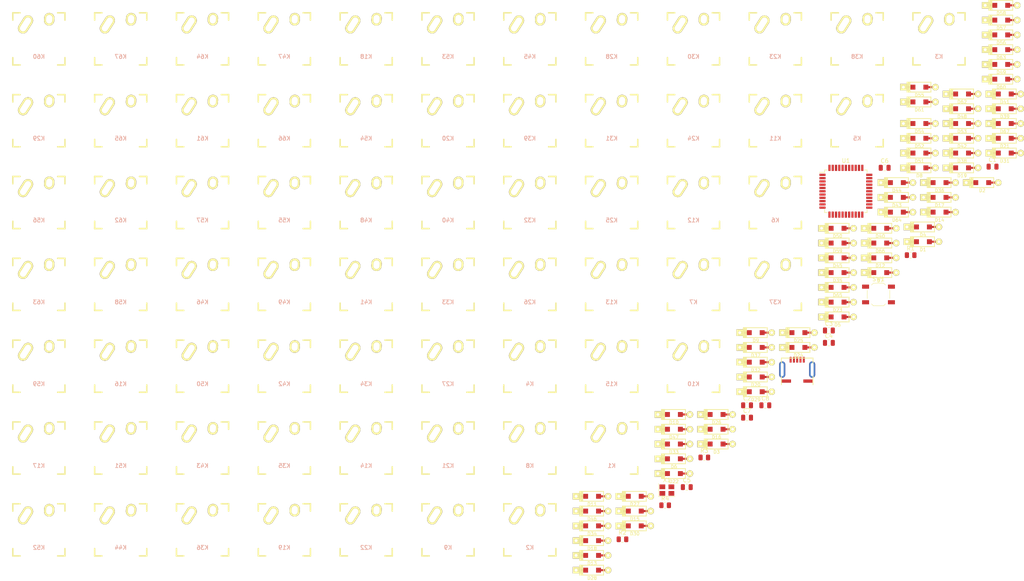
<source format=kicad_pcb>
(kicad_pcb (version 20171130) (host pcbnew "(5.1.7)-1")
  (layers (0 F.Cu signal) (31 B.Cu signal) (34 B.Paste user) (35 F.Paste user) (36 B.SilkS user) (37 F.SilkS user) (38 B.Mask user) (39 F.Mask user) (44 Edge.Cuts user))
  (net 0 "")
  (net 1 +5V)
  (net 2 "Net-(C1-Pad1)")
  (net 3 "Net-(C2-Pad2)")
  (net 4 VCC)
  (net 5 "Net-(C8-Pad1)")
  (net 6 "Net-(D1-Pad2)")
  (net 7 /row0)
  (net 8 "Net-(D2-Pad2)")
  (net 9 /row1)
  (net 10 "Net-(D3-Pad2)")
  (net 11 /row2)
  (net 12 "Net-(D4-Pad2)")
  (net 13 /row3)
  (net 14 "Net-(D5-Pad2)")
  (net 15 /row4)
  (net 16 "Net-(D6-Pad2)")
  (net 17 "Net-(D7-Pad2)")
  (net 18 "Net-(D8-Pad2)")
  (net 19 "Net-(D9-Pad2)")
  (net 20 "Net-(D10-Pad2)")
  (net 21 "Net-(D11-Pad2)")
  (net 22 "Net-(D12-Pad2)")
  (net 23 "Net-(D13-Pad2)")
  (net 24 "Net-(D14-Pad2)")
  (net 25 "Net-(D15-Pad2)")
  (net 26 "Net-(D16-Pad2)")
  (net 27 "Net-(D17-Pad2)")
  (net 28 "Net-(D18-Pad2)")
  (net 29 "Net-(D19-Pad2)")
  (net 30 "Net-(D20-Pad2)")
  (net 31 "Net-(D21-Pad2)")
  (net 32 "Net-(D22-Pad2)")
  (net 33 "Net-(D23-Pad2)")
  (net 34 "Net-(D24-Pad2)")
  (net 35 "Net-(D25-Pad2)")
  (net 36 "Net-(D26-Pad2)")
  (net 37 "Net-(D27-Pad2)")
  (net 38 "Net-(D28-Pad2)")
  (net 39 "Net-(D29-Pad2)")
  (net 40 "Net-(D30-Pad2)")
  (net 41 "Net-(D31-Pad2)")
  (net 42 "Net-(D32-Pad2)")
  (net 43 "Net-(D33-Pad2)")
  (net 44 "Net-(D34-Pad2)")
  (net 45 "Net-(D35-Pad2)")
  (net 46 "Net-(D36-Pad2)")
  (net 47 "Net-(D37-Pad2)")
  (net 48 "Net-(D38-Pad2)")
  (net 49 "Net-(D39-Pad2)")
  (net 50 "Net-(D40-Pad2)")
  (net 51 "Net-(D41-Pad2)")
  (net 52 "Net-(D42-Pad2)")
  (net 53 "Net-(D43-Pad2)")
  (net 54 "Net-(D44-Pad2)")
  (net 55 "Net-(D45-Pad2)")
  (net 56 "Net-(D46-Pad2)")
  (net 57 "Net-(D47-Pad2)")
  (net 58 "Net-(D48-Pad2)")
  (net 59 "Net-(D49-Pad2)")
  (net 60 "Net-(D50-Pad2)")
  (net 61 "Net-(D51-Pad2)")
  (net 62 "Net-(D52-Pad2)")
  (net 63 "Net-(D53-Pad2)")
  (net 64 "Net-(D54-Pad2)")
  (net 65 "Net-(D55-Pad2)")
  (net 66 "Net-(D56-Pad2)")
  (net 67 "Net-(D57-Pad2)")
  (net 68 "Net-(D58-Pad2)")
  (net 69 "Net-(D59-Pad2)")
  (net 70 "Net-(D60-Pad2)")
  (net 71 "Net-(D61-Pad2)")
  (net 72 "Net-(D62-Pad2)")
  (net 73 "Net-(D63-Pad2)")
  (net 74 "Net-(D64-Pad2)")
  (net 75 "Net-(D65-Pad2)")
  (net 76 "Net-(D66-Pad2)")
  (net 77 "Net-(D67-Pad2)")
  (net 78 "Net-(J1-Pad2)")
  (net 79 "Net-(J1-Pad3)")
  (net 80 "Net-(J1-Pad4)")
  (net 81 /col0)
  (net 82 /col1)
  (net 83 /col2)
  (net 84 /col3)
  (net 85 /col4)
  (net 86 /col5)
  (net 87 /col6)
  (net 88 /col7)
  (net 89 /col8)
  (net 90 /col9)
  (net 91 /col10)
  (net 92 /col11)
  (net 93 /col12)
  (net 94 /col13)
  (net 95 /col14)
  (net 96 "Net-(R1-Pad1)")
  (net 97 "Net-(R2-Pad2)")
  (net 98 "Net-(R3-Pad1)")
  (net 99 "Net-(R4-Pad1)")
  (net 100 "Net-(U1-Pad1)")
  (net 101 "Net-(U1-Pad7)")
  (net 102 "Net-(U1-Pad12)")
  (net 103 "Net-(U1-Pad14)")
  (net 104 "Net-(U1-Pad15)")
  (net 105 "Net-(U1-Pad25)")
  (net 106 "Net-(U1-Pad26)")
  (net 107 "Net-(U1-Pad27)")
  (net 108 "Net-(U1-Pad42)")
  (module Capacitor_SMD:C_0805_2012Metric (layer F.Cu) (at 270.440001 59.655001)
    (fp_text reference C1 (at 0 -1.68) (layer F.SilkS))
    (fp_text value 22p)
    (pad 2 smd roundrect (at 0.95 0) (size 1 1.45) (layers F.Cu F.Paste F.Mask) (net 1 +5V))
    (pad 1 smd roundrect (at -0.95 0) (size 1 1.45) (layers F.Cu F.Paste F.Mask) (net 2 "Net-(C1-Pad1)"))
  )
  (module Capacitor_SMD:C_0805_2012Metric (layer F.Cu) (at 210.620001 117.815001)
    (fp_text reference C2 (at 0 -1.68) (layer F.SilkS))
    (fp_text value 22p)
    (pad 1 smd roundrect (at -0.95 0) (size 1 1.45) (layers F.Cu F.Paste F.Mask) (net 1 +5V))
    (pad 2 smd roundrect (at 0.95 0) (size 1 1.45) (layers F.Cu F.Paste F.Mask) (net 3 "Net-(C2-Pad2)"))
  )
  (module Capacitor_SMD:C_0805_2012Metric (layer F.Cu) (at 230.560001 99.585001)
    (fp_text reference C3 (at 0 -1.68) (layer F.SilkS))
    (fp_text value 0.1u)
    (pad 1 smd roundrect (at -0.95 0) (size 1 1.45) (layers F.Cu F.Paste F.Mask) (net 4 VCC))
    (pad 2 smd roundrect (at 0.95 0) (size 1 1.45) (layers F.Cu F.Paste F.Mask) (net 1 +5V))
  )
  (module Capacitor_SMD:C_0805_2012Metric (layer F.Cu) (at 230.560001 102.595001)
    (fp_text reference C4 (at 0 -1.68) (layer F.SilkS))
    (fp_text value 0.1u)
    (pad 2 smd roundrect (at 0.95 0) (size 1 1.45) (layers F.Cu F.Paste F.Mask) (net 1 +5V))
    (pad 1 smd roundrect (at -0.95 0) (size 1 1.45) (layers F.Cu F.Paste F.Mask) (net 4 VCC))
  )
  (module Capacitor_SMD:C_0805_2012Metric (layer F.Cu) (at 195.930001 137.755001)
    (fp_text reference C5 (at 0 -1.68) (layer F.SilkS))
    (fp_text value 0.1u)
    (pad 1 smd roundrect (at -0.95 0) (size 1 1.45) (layers F.Cu F.Paste F.Mask) (net 4 VCC))
    (pad 2 smd roundrect (at 0.95 0) (size 1 1.45) (layers F.Cu F.Paste F.Mask) (net 1 +5V))
  )
  (module Capacitor_SMD:C_0805_2012Metric (layer F.Cu) (at 244.150001 59.935001)
    (fp_text reference C6 (at 0 -1.68) (layer F.SilkS))
    (fp_text value 0.1u)
    (pad 2 smd roundrect (at 0.95 0) (size 1 1.45) (layers F.Cu F.Paste F.Mask) (net 1 +5V))
    (pad 1 smd roundrect (at -0.95 0) (size 1 1.45) (layers F.Cu F.Paste F.Mask) (net 4 VCC))
  )
  (module Capacitor_SMD:C_0805_2012Metric (layer F.Cu) (at 210.620001 120.825001)
    (fp_text reference C7 (at 0 -1.68) (layer F.SilkS))
    (fp_text value 4.7u)
    (pad 1 smd roundrect (at -0.95 0) (size 1 1.45) (layers F.Cu F.Paste F.Mask) (net 4 VCC))
    (pad 2 smd roundrect (at 0.95 0) (size 1 1.45) (layers F.Cu F.Paste F.Mask) (net 1 +5V))
  )
  (module Capacitor_SMD:C_0805_2012Metric (layer F.Cu) (at 215.070001 117.815001)
    (fp_text reference C8 (at 0 -1.68) (layer F.SilkS))
    (fp_text value 1u)
    (pad 2 smd roundrect (at 0.95 0) (size 1 1.45) (layers F.Cu F.Paste F.Mask) (net 1 +5V))
    (pad 1 smd roundrect (at -0.95 0) (size 1 1.45) (layers F.Cu F.Paste F.Mask) (net 5 "Net-(C8-Pad1)"))
  )
  (module keyboard_parts:D_SOD123_axial (layer F.Cu) (at 253.475 77.950001)
    (fp_text reference D1 (at 0 1.925) (layer F.SilkS) (effects (font (size 0.8 0.8))))
    (fp_text value D hide)
    (pad 2 smd rect (at 2.7 0) (size 2.5 0.5) (layers F.Cu) (net 6 "Net-(D1-Pad2)"))
    (pad 1 smd rect (at -2.7 0) (size 2.5 0.5) (layers F.Cu) (net 7 /row0))
    (pad 2 thru_hole circle (at 3.9 0) (size 1.6 1.6) (drill 0.7) (layers *.Cu *.Mask F.SilkS) (net 6 "Net-(D1-Pad2)"))
    (pad 1 thru_hole rect (at -3.9 0) (size 1.6 1.6) (drill 0.7) (layers *.Cu *.Mask F.SilkS) (net 7 /row0))
    (pad 1 smd rect (at -1.575 0) (size 1.2 1.2) (layers F.Cu F.Paste F.Mask) (net 7 /row0))
    (pad 2 smd rect (at 1.575 0) (size 1.2 1.2) (layers F.Cu F.Paste F.Mask) (net 6 "Net-(D1-Pad2)"))
  )
  (module keyboard_parts:D_SOD123_axial (layer F.Cu) (at 267.925 63.550001)
    (fp_text reference D2 (at 0 1.925) (layer F.SilkS) (effects (font (size 0.8 0.8))))
    (fp_text value D hide)
    (pad 2 smd rect (at 2.7 0) (size 2.5 0.5) (layers F.Cu) (net 8 "Net-(D2-Pad2)"))
    (pad 1 smd rect (at -2.7 0) (size 2.5 0.5) (layers F.Cu) (net 9 /row1))
    (pad 2 thru_hole circle (at 3.9 0) (size 1.6 1.6) (drill 0.7) (layers *.Cu *.Mask F.SilkS) (net 8 "Net-(D2-Pad2)"))
    (pad 1 thru_hole rect (at -3.9 0) (size 1.6 1.6) (drill 0.7) (layers *.Cu *.Mask F.SilkS) (net 9 /row1))
    (pad 1 smd rect (at -1.575 0) (size 1.2 1.2) (layers F.Cu F.Paste F.Mask) (net 9 /row1))
    (pad 2 smd rect (at 1.575 0) (size 1.2 1.2) (layers F.Cu F.Paste F.Mask) (net 8 "Net-(D2-Pad2)"))
  )
  (module keyboard_parts:D_SOD123_axial (layer F.Cu) (at 203.195 127.250001)
    (fp_text reference D3 (at 0 1.925) (layer F.SilkS) (effects (font (size 0.8 0.8))))
    (fp_text value D hide)
    (pad 2 smd rect (at 1.575 0) (size 1.2 1.2) (layers F.Cu F.Paste F.Mask) (net 10 "Net-(D3-Pad2)"))
    (pad 1 smd rect (at -1.575 0) (size 1.2 1.2) (layers F.Cu F.Paste F.Mask) (net 11 /row2))
    (pad 1 thru_hole rect (at -3.9 0) (size 1.6 1.6) (drill 0.7) (layers *.Cu *.Mask F.SilkS) (net 11 /row2))
    (pad 2 thru_hole circle (at 3.9 0) (size 1.6 1.6) (drill 0.7) (layers *.Cu *.Mask F.SilkS) (net 10 "Net-(D3-Pad2)"))
    (pad 1 smd rect (at -2.7 0) (size 2.5 0.5) (layers F.Cu) (net 11 /row2))
    (pad 2 smd rect (at 2.7 0) (size 2.5 0.5) (layers F.Cu) (net 10 "Net-(D3-Pad2)"))
  )
  (module keyboard_parts:D_SOD123_axial (layer F.Cu) (at 253.475 74.350001)
    (fp_text reference D4 (at 0 1.925) (layer F.SilkS) (effects (font (size 0.8 0.8))))
    (fp_text value D hide)
    (pad 2 smd rect (at 2.7 0) (size 2.5 0.5) (layers F.Cu) (net 12 "Net-(D4-Pad2)"))
    (pad 1 smd rect (at -2.7 0) (size 2.5 0.5) (layers F.Cu) (net 13 /row3))
    (pad 2 thru_hole circle (at 3.9 0) (size 1.6 1.6) (drill 0.7) (layers *.Cu *.Mask F.SilkS) (net 12 "Net-(D4-Pad2)"))
    (pad 1 thru_hole rect (at -3.9 0) (size 1.6 1.6) (drill 0.7) (layers *.Cu *.Mask F.SilkS) (net 13 /row3))
    (pad 1 smd rect (at -1.575 0) (size 1.2 1.2) (layers F.Cu F.Paste F.Mask) (net 13 /row3))
    (pad 2 smd rect (at 1.575 0) (size 1.2 1.2) (layers F.Cu F.Paste F.Mask) (net 12 "Net-(D4-Pad2)"))
  )
  (module keyboard_parts:D_SOD123_axial (layer F.Cu) (at 232.675 96.280001)
    (fp_text reference D5 (at 0 1.925) (layer F.SilkS) (effects (font (size 0.8 0.8))))
    (fp_text value D hide)
    (pad 2 smd rect (at 1.575 0) (size 1.2 1.2) (layers F.Cu F.Paste F.Mask) (net 14 "Net-(D5-Pad2)"))
    (pad 1 smd rect (at -1.575 0) (size 1.2 1.2) (layers F.Cu F.Paste F.Mask) (net 15 /row4))
    (pad 1 thru_hole rect (at -3.9 0) (size 1.6 1.6) (drill 0.7) (layers *.Cu *.Mask F.SilkS) (net 15 /row4))
    (pad 2 thru_hole circle (at 3.9 0) (size 1.6 1.6) (drill 0.7) (layers *.Cu *.Mask F.SilkS) (net 14 "Net-(D5-Pad2)"))
    (pad 1 smd rect (at -2.7 0) (size 2.5 0.5) (layers F.Cu) (net 15 /row4))
    (pad 2 smd rect (at 2.7 0) (size 2.5 0.5) (layers F.Cu) (net 14 "Net-(D5-Pad2)"))
  )
  (module keyboard_parts:D_SOD123_axial (layer F.Cu) (at 192.795 130.850001)
    (fp_text reference D6 (at 0 1.925) (layer F.SilkS) (effects (font (size 0.8 0.8))))
    (fp_text value D hide)
    (pad 2 smd rect (at 1.575 0) (size 1.2 1.2) (layers F.Cu F.Paste F.Mask) (net 16 "Net-(D6-Pad2)"))
    (pad 1 smd rect (at -1.575 0) (size 1.2 1.2) (layers F.Cu F.Paste F.Mask) (net 7 /row0))
    (pad 1 thru_hole rect (at -3.9 0) (size 1.6 1.6) (drill 0.7) (layers *.Cu *.Mask F.SilkS) (net 7 /row0))
    (pad 2 thru_hole circle (at 3.9 0) (size 1.6 1.6) (drill 0.7) (layers *.Cu *.Mask F.SilkS) (net 16 "Net-(D6-Pad2)"))
    (pad 1 smd rect (at -2.7 0) (size 2.5 0.5) (layers F.Cu) (net 7 /row0))
    (pad 2 smd rect (at 2.7 0) (size 2.5 0.5) (layers F.Cu) (net 16 "Net-(D6-Pad2)"))
  )
  (module keyboard_parts:D_SOD123_axial (layer F.Cu) (at 243.075 85.480001)
    (fp_text reference D7 (at 0 1.925) (layer F.SilkS) (effects (font (size 0.8 0.8))))
    (fp_text value D hide)
    (pad 2 smd rect (at 2.7 0) (size 2.5 0.5) (layers F.Cu) (net 17 "Net-(D7-Pad2)"))
    (pad 1 smd rect (at -2.7 0) (size 2.5 0.5) (layers F.Cu) (net 9 /row1))
    (pad 2 thru_hole circle (at 3.9 0) (size 1.6 1.6) (drill 0.7) (layers *.Cu *.Mask F.SilkS) (net 17 "Net-(D7-Pad2)"))
    (pad 1 thru_hole rect (at -3.9 0) (size 1.6 1.6) (drill 0.7) (layers *.Cu *.Mask F.SilkS) (net 9 /row1))
    (pad 1 smd rect (at -1.575 0) (size 1.2 1.2) (layers F.Cu F.Paste F.Mask) (net 9 /row1))
    (pad 2 smd rect (at 1.575 0) (size 1.2 1.2) (layers F.Cu F.Paste F.Mask) (net 17 "Net-(D7-Pad2)"))
  )
  (module keyboard_parts:D_SOD123_axial (layer F.Cu) (at 252.615 59.950001)
    (fp_text reference D8 (at 0 1.925) (layer F.SilkS) (effects (font (size 0.8 0.8))))
    (fp_text value D hide)
    (pad 2 smd rect (at 1.575 0) (size 1.2 1.2) (layers F.Cu F.Paste F.Mask) (net 18 "Net-(D8-Pad2)"))
    (pad 1 smd rect (at -1.575 0) (size 1.2 1.2) (layers F.Cu F.Paste F.Mask) (net 11 /row2))
    (pad 1 thru_hole rect (at -3.9 0) (size 1.6 1.6) (drill 0.7) (layers *.Cu *.Mask F.SilkS) (net 11 /row2))
    (pad 2 thru_hole circle (at 3.9 0) (size 1.6 1.6) (drill 0.7) (layers *.Cu *.Mask F.SilkS) (net 18 "Net-(D8-Pad2)"))
    (pad 1 smd rect (at -2.7 0) (size 2.5 0.5) (layers F.Cu) (net 11 /row2))
    (pad 2 smd rect (at 2.7 0) (size 2.5 0.5) (layers F.Cu) (net 18 "Net-(D8-Pad2)"))
  )
  (module keyboard_parts:D_SOD123_axial (layer F.Cu) (at 212.735 100.110001)
    (fp_text reference D9 (at 0 1.925) (layer F.SilkS) (effects (font (size 0.8 0.8))))
    (fp_text value D hide)
    (pad 2 smd rect (at 2.7 0) (size 2.5 0.5) (layers F.Cu) (net 19 "Net-(D9-Pad2)"))
    (pad 1 smd rect (at -2.7 0) (size 2.5 0.5) (layers F.Cu) (net 15 /row4))
    (pad 2 thru_hole circle (at 3.9 0) (size 1.6 1.6) (drill 0.7) (layers *.Cu *.Mask F.SilkS) (net 19 "Net-(D9-Pad2)"))
    (pad 1 thru_hole rect (at -3.9 0) (size 1.6 1.6) (drill 0.7) (layers *.Cu *.Mask F.SilkS) (net 15 /row4))
    (pad 1 smd rect (at -1.575 0) (size 1.2 1.2) (layers F.Cu F.Paste F.Mask) (net 15 /row4))
    (pad 2 smd rect (at 1.575 0) (size 1.2 1.2) (layers F.Cu F.Paste F.Mask) (net 19 "Net-(D9-Pad2)"))
  )
  (module keyboard_parts:D_SOD123_axial (layer F.Cu) (at 192.795 120.050001)
    (fp_text reference D10 (at 0 1.925) (layer F.SilkS) (effects (font (size 0.8 0.8))))
    (fp_text value D hide)
    (pad 2 smd rect (at 1.575 0) (size 1.2 1.2) (layers F.Cu F.Paste F.Mask) (net 20 "Net-(D10-Pad2)"))
    (pad 1 smd rect (at -1.575 0) (size 1.2 1.2) (layers F.Cu F.Paste F.Mask) (net 7 /row0))
    (pad 1 thru_hole rect (at -3.9 0) (size 1.6 1.6) (drill 0.7) (layers *.Cu *.Mask F.SilkS) (net 7 /row0))
    (pad 2 thru_hole circle (at 3.9 0) (size 1.6 1.6) (drill 0.7) (layers *.Cu *.Mask F.SilkS) (net 20 "Net-(D10-Pad2)"))
    (pad 1 smd rect (at -2.7 0) (size 2.5 0.5) (layers F.Cu) (net 7 /row0))
    (pad 2 smd rect (at 2.7 0) (size 2.5 0.5) (layers F.Cu) (net 20 "Net-(D10-Pad2)"))
  )
  (module keyboard_parts:D_SOD123_axial (layer F.Cu) (at 172.855 139.990001)
    (fp_text reference D11 (at 0 1.925) (layer F.SilkS) (effects (font (size 0.8 0.8))))
    (fp_text value D hide)
    (pad 2 smd rect (at 2.7 0) (size 2.5 0.5) (layers F.Cu) (net 21 "Net-(D11-Pad2)"))
    (pad 1 smd rect (at -2.7 0) (size 2.5 0.5) (layers F.Cu) (net 9 /row1))
    (pad 2 thru_hole circle (at 3.9 0) (size 1.6 1.6) (drill 0.7) (layers *.Cu *.Mask F.SilkS) (net 21 "Net-(D11-Pad2)"))
    (pad 1 thru_hole rect (at -3.9 0) (size 1.6 1.6) (drill 0.7) (layers *.Cu *.Mask F.SilkS) (net 9 /row1))
    (pad 1 smd rect (at -1.575 0) (size 1.2 1.2) (layers F.Cu F.Paste F.Mask) (net 9 /row1))
    (pad 2 smd rect (at 1.575 0) (size 1.2 1.2) (layers F.Cu F.Paste F.Mask) (net 21 "Net-(D11-Pad2)"))
  )
  (module keyboard_parts:D_SOD123_axial (layer F.Cu) (at 243.075 81.880001)
    (fp_text reference D12 (at 0 1.925) (layer F.SilkS) (effects (font (size 0.8 0.8))))
    (fp_text value D hide)
    (pad 2 smd rect (at 1.575 0) (size 1.2 1.2) (layers F.Cu F.Paste F.Mask) (net 22 "Net-(D12-Pad2)"))
    (pad 1 smd rect (at -1.575 0) (size 1.2 1.2) (layers F.Cu F.Paste F.Mask) (net 11 /row2))
    (pad 1 thru_hole rect (at -3.9 0) (size 1.6 1.6) (drill 0.7) (layers *.Cu *.Mask F.SilkS) (net 11 /row2))
    (pad 2 thru_hole circle (at 3.9 0) (size 1.6 1.6) (drill 0.7) (layers *.Cu *.Mask F.SilkS) (net 22 "Net-(D12-Pad2)"))
    (pad 1 smd rect (at -2.7 0) (size 2.5 0.5) (layers F.Cu) (net 11 /row2))
    (pad 2 smd rect (at 2.7 0) (size 2.5 0.5) (layers F.Cu) (net 22 "Net-(D12-Pad2)"))
  )
  (module keyboard_parts:D_SOD123_axial (layer F.Cu) (at 172.855 154.390001)
    (fp_text reference D13 (at 0 1.925) (layer F.SilkS) (effects (font (size 0.8 0.8))))
    (fp_text value D hide)
    (pad 2 smd rect (at 1.575 0) (size 1.2 1.2) (layers F.Cu F.Paste F.Mask) (net 23 "Net-(D13-Pad2)"))
    (pad 1 smd rect (at -1.575 0) (size 1.2 1.2) (layers F.Cu F.Paste F.Mask) (net 13 /row3))
    (pad 1 thru_hole rect (at -3.9 0) (size 1.6 1.6) (drill 0.7) (layers *.Cu *.Mask F.SilkS) (net 13 /row3))
    (pad 2 thru_hole circle (at 3.9 0) (size 1.6 1.6) (drill 0.7) (layers *.Cu *.Mask F.SilkS) (net 23 "Net-(D13-Pad2)"))
    (pad 1 smd rect (at -2.7 0) (size 2.5 0.5) (layers F.Cu) (net 13 /row3))
    (pad 2 smd rect (at 2.7 0) (size 2.5 0.5) (layers F.Cu) (net 23 "Net-(D13-Pad2)"))
  )
  (module keyboard_parts:D_SOD123_axial (layer F.Cu) (at 257.525 70.750001)
    (fp_text reference D14 (at 0 1.925) (layer F.SilkS) (effects (font (size 0.8 0.8))))
    (fp_text value D hide)
    (pad 2 smd rect (at 2.7 0) (size 2.5 0.5) (layers F.Cu) (net 24 "Net-(D14-Pad2)"))
    (pad 1 smd rect (at -2.7 0) (size 2.5 0.5) (layers F.Cu) (net 15 /row4))
    (pad 2 thru_hole circle (at 3.9 0) (size 1.6 1.6) (drill 0.7) (layers *.Cu *.Mask F.SilkS) (net 24 "Net-(D14-Pad2)"))
    (pad 1 thru_hole rect (at -3.9 0) (size 1.6 1.6) (drill 0.7) (layers *.Cu *.Mask F.SilkS) (net 15 /row4))
    (pad 1 smd rect (at -1.575 0) (size 1.2 1.2) (layers F.Cu F.Paste F.Mask) (net 15 /row4))
    (pad 2 smd rect (at 1.575 0) (size 1.2 1.2) (layers F.Cu F.Paste F.Mask) (net 24 "Net-(D14-Pad2)"))
  )
  (module keyboard_parts:D_SOD123_axial (layer F.Cu) (at 183.255 143.590001)
    (fp_text reference D15 (at 0 1.925) (layer F.SilkS) (effects (font (size 0.8 0.8))))
    (fp_text value D hide)
    (pad 2 smd rect (at 1.575 0) (size 1.2 1.2) (layers F.Cu F.Paste F.Mask) (net 25 "Net-(D15-Pad2)"))
    (pad 1 smd rect (at -1.575 0) (size 1.2 1.2) (layers F.Cu F.Paste F.Mask) (net 7 /row0))
    (pad 1 thru_hole rect (at -3.9 0) (size 1.6 1.6) (drill 0.7) (layers *.Cu *.Mask F.SilkS) (net 7 /row0))
    (pad 2 thru_hole circle (at 3.9 0) (size 1.6 1.6) (drill 0.7) (layers *.Cu *.Mask F.SilkS) (net 25 "Net-(D15-Pad2)"))
    (pad 1 smd rect (at -2.7 0) (size 2.5 0.5) (layers F.Cu) (net 7 /row0))
    (pad 2 smd rect (at 2.7 0) (size 2.5 0.5) (layers F.Cu) (net 25 "Net-(D15-Pad2)"))
  )
  (module keyboard_parts:D_SOD123_axial (layer F.Cu) (at 203.195 123.650001)
    (fp_text reference D16 (at 0 1.925) (layer F.SilkS) (effects (font (size 0.8 0.8))))
    (fp_text value D hide)
    (pad 2 smd rect (at 2.7 0) (size 2.5 0.5) (layers F.Cu) (net 26 "Net-(D16-Pad2)"))
    (pad 1 smd rect (at -2.7 0) (size 2.5 0.5) (layers F.Cu) (net 9 /row1))
    (pad 2 thru_hole circle (at 3.9 0) (size 1.6 1.6) (drill 0.7) (layers *.Cu *.Mask F.SilkS) (net 26 "Net-(D16-Pad2)"))
    (pad 1 thru_hole rect (at -3.9 0) (size 1.6 1.6) (drill 0.7) (layers *.Cu *.Mask F.SilkS) (net 9 /row1))
    (pad 1 smd rect (at -1.575 0) (size 1.2 1.2) (layers F.Cu F.Paste F.Mask) (net 9 /row1))
    (pad 2 smd rect (at 1.575 0) (size 1.2 1.2) (layers F.Cu F.Paste F.Mask) (net 26 "Net-(D16-Pad2)"))
  )
  (module keyboard_parts:D_SOD123_axial (layer F.Cu) (at 257.525 67.150001)
    (fp_text reference D17 (at 0 1.925) (layer F.SilkS) (effects (font (size 0.8 0.8))))
    (fp_text value D hide)
    (pad 2 smd rect (at 1.575 0) (size 1.2 1.2) (layers F.Cu F.Paste F.Mask) (net 27 "Net-(D17-Pad2)"))
    (pad 1 smd rect (at -1.575 0) (size 1.2 1.2) (layers F.Cu F.Paste F.Mask) (net 11 /row2))
    (pad 1 thru_hole rect (at -3.9 0) (size 1.6 1.6) (drill 0.7) (layers *.Cu *.Mask F.SilkS) (net 11 /row2))
    (pad 2 thru_hole circle (at 3.9 0) (size 1.6 1.6) (drill 0.7) (layers *.Cu *.Mask F.SilkS) (net 27 "Net-(D17-Pad2)"))
    (pad 1 smd rect (at -2.7 0) (size 2.5 0.5) (layers F.Cu) (net 11 /row2))
    (pad 2 smd rect (at 2.7 0) (size 2.5 0.5) (layers F.Cu) (net 27 "Net-(D17-Pad2)"))
  )
  (module keyboard_parts:D_SOD123_axial (layer F.Cu) (at 172.855 150.790001)
    (fp_text reference D18 (at 0 1.925) (layer F.SilkS) (effects (font (size 0.8 0.8))))
    (fp_text value D hide)
    (pad 2 smd rect (at 2.7 0) (size 2.5 0.5) (layers F.Cu) (net 28 "Net-(D18-Pad2)"))
    (pad 1 smd rect (at -2.7 0) (size 2.5 0.5) (layers F.Cu) (net 13 /row3))
    (pad 2 thru_hole circle (at 3.9 0) (size 1.6 1.6) (drill 0.7) (layers *.Cu *.Mask F.SilkS) (net 28 "Net-(D18-Pad2)"))
    (pad 1 thru_hole rect (at -3.9 0) (size 1.6 1.6) (drill 0.7) (layers *.Cu *.Mask F.SilkS) (net 13 /row3))
    (pad 1 smd rect (at -1.575 0) (size 1.2 1.2) (layers F.Cu F.Paste F.Mask) (net 13 /row3))
    (pad 2 smd rect (at 1.575 0) (size 1.2 1.2) (layers F.Cu F.Paste F.Mask) (net 28 "Net-(D18-Pad2)"))
  )
  (module keyboard_parts:D_SOD123_axial (layer F.Cu) (at 263.015 59.950001)
    (fp_text reference D19 (at 0 1.925) (layer F.SilkS) (effects (font (size 0.8 0.8))))
    (fp_text value D hide)
    (pad 2 smd rect (at 1.575 0) (size 1.2 1.2) (layers F.Cu F.Paste F.Mask) (net 29 "Net-(D19-Pad2)"))
    (pad 1 smd rect (at -1.575 0) (size 1.2 1.2) (layers F.Cu F.Paste F.Mask) (net 7 /row0))
    (pad 1 thru_hole rect (at -3.9 0) (size 1.6 1.6) (drill 0.7) (layers *.Cu *.Mask F.SilkS) (net 7 /row0))
    (pad 2 thru_hole circle (at 3.9 0) (size 1.6 1.6) (drill 0.7) (layers *.Cu *.Mask F.SilkS) (net 29 "Net-(D19-Pad2)"))
    (pad 1 smd rect (at -2.7 0) (size 2.5 0.5) (layers F.Cu) (net 7 /row0))
    (pad 2 smd rect (at 2.7 0) (size 2.5 0.5) (layers F.Cu) (net 29 "Net-(D19-Pad2)"))
  )
  (module keyboard_parts:D_SOD123_axial (layer F.Cu) (at 212.735 110.910001)
    (fp_text reference D20 (at 0 1.925) (layer F.SilkS) (effects (font (size 0.8 0.8))))
    (fp_text value D hide)
    (pad 2 smd rect (at 1.575 0) (size 1.2 1.2) (layers F.Cu F.Paste F.Mask) (net 30 "Net-(D20-Pad2)"))
    (pad 1 smd rect (at -1.575 0) (size 1.2 1.2) (layers F.Cu F.Paste F.Mask) (net 9 /row1))
    (pad 1 thru_hole rect (at -3.9 0) (size 1.6 1.6) (drill 0.7) (layers *.Cu *.Mask F.SilkS) (net 9 /row1))
    (pad 2 thru_hole circle (at 3.9 0) (size 1.6 1.6) (drill 0.7) (layers *.Cu *.Mask F.SilkS) (net 30 "Net-(D20-Pad2)"))
    (pad 1 smd rect (at -2.7 0) (size 2.5 0.5) (layers F.Cu) (net 9 /row1))
    (pad 2 smd rect (at 2.7 0) (size 2.5 0.5) (layers F.Cu) (net 30 "Net-(D20-Pad2)"))
  )
  (module keyboard_parts:D_SOD123_axial (layer F.Cu) (at 273.415 52.750001)
    (fp_text reference D21 (at 0 1.925) (layer F.SilkS) (effects (font (size 0.8 0.8))))
    (fp_text value D hide)
    (pad 2 smd rect (at 2.7 0) (size 2.5 0.5) (layers F.Cu) (net 31 "Net-(D21-Pad2)"))
    (pad 1 smd rect (at -2.7 0) (size 2.5 0.5) (layers F.Cu) (net 11 /row2))
    (pad 2 thru_hole circle (at 3.9 0) (size 1.6 1.6) (drill 0.7) (layers *.Cu *.Mask F.SilkS) (net 31 "Net-(D21-Pad2)"))
    (pad 1 thru_hole rect (at -3.9 0) (size 1.6 1.6) (drill 0.7) (layers *.Cu *.Mask F.SilkS) (net 11 /row2))
    (pad 1 smd rect (at -1.575 0) (size 1.2 1.2) (layers F.Cu F.Paste F.Mask) (net 11 /row2))
    (pad 2 smd rect (at 1.575 0) (size 1.2 1.2) (layers F.Cu F.Paste F.Mask) (net 31 "Net-(D21-Pad2)"))
  )
  (module keyboard_parts:D_SOD123_axial (layer F.Cu) (at 192.795 134.450001)
    (fp_text reference D22 (at 0 1.925) (layer F.SilkS) (effects (font (size 0.8 0.8))))
    (fp_text value D hide)
    (pad 2 smd rect (at 1.575 0) (size 1.2 1.2) (layers F.Cu F.Paste F.Mask) (net 32 "Net-(D22-Pad2)"))
    (pad 1 smd rect (at -1.575 0) (size 1.2 1.2) (layers F.Cu F.Paste F.Mask) (net 13 /row3))
    (pad 1 thru_hole rect (at -3.9 0) (size 1.6 1.6) (drill 0.7) (layers *.Cu *.Mask F.SilkS) (net 13 /row3))
    (pad 2 thru_hole circle (at 3.9 0) (size 1.6 1.6) (drill 0.7) (layers *.Cu *.Mask F.SilkS) (net 32 "Net-(D22-Pad2)"))
    (pad 1 smd rect (at -2.7 0) (size 2.5 0.5) (layers F.Cu) (net 13 /row3))
    (pad 2 smd rect (at 2.7 0) (size 2.5 0.5) (layers F.Cu) (net 32 "Net-(D22-Pad2)"))
  )
  (module keyboard_parts:D_SOD123_axial (layer F.Cu) (at 232.675 92.680001)
    (fp_text reference D23 (at 0 1.925) (layer F.SilkS) (effects (font (size 0.8 0.8))))
    (fp_text value D hide)
    (pad 2 smd rect (at 2.7 0) (size 2.5 0.5) (layers F.Cu) (net 33 "Net-(D23-Pad2)"))
    (pad 1 smd rect (at -2.7 0) (size 2.5 0.5) (layers F.Cu) (net 7 /row0))
    (pad 2 thru_hole circle (at 3.9 0) (size 1.6 1.6) (drill 0.7) (layers *.Cu *.Mask F.SilkS) (net 33 "Net-(D23-Pad2)"))
    (pad 1 thru_hole rect (at -3.9 0) (size 1.6 1.6) (drill 0.7) (layers *.Cu *.Mask F.SilkS) (net 7 /row0))
    (pad 1 smd rect (at -1.575 0) (size 1.2 1.2) (layers F.Cu F.Paste F.Mask) (net 7 /row0))
    (pad 2 smd rect (at 1.575 0) (size 1.2 1.2) (layers F.Cu F.Paste F.Mask) (net 33 "Net-(D23-Pad2)"))
  )
  (module keyboard_parts:D_SOD123_axial (layer F.Cu) (at 223.135 103.710001)
    (fp_text reference D24 (at 0 1.925) (layer F.SilkS) (effects (font (size 0.8 0.8))))
    (fp_text value D hide)
    (pad 2 smd rect (at 2.7 0) (size 2.5 0.5) (layers F.Cu) (net 34 "Net-(D24-Pad2)"))
    (pad 1 smd rect (at -2.7 0) (size 2.5 0.5) (layers F.Cu) (net 9 /row1))
    (pad 2 thru_hole circle (at 3.9 0) (size 1.6 1.6) (drill 0.7) (layers *.Cu *.Mask F.SilkS) (net 34 "Net-(D24-Pad2)"))
    (pad 1 thru_hole rect (at -3.9 0) (size 1.6 1.6) (drill 0.7) (layers *.Cu *.Mask F.SilkS) (net 9 /row1))
    (pad 1 smd rect (at -1.575 0) (size 1.2 1.2) (layers F.Cu F.Paste F.Mask) (net 9 /row1))
    (pad 2 smd rect (at 1.575 0) (size 1.2 1.2) (layers F.Cu F.Paste F.Mask) (net 34 "Net-(D24-Pad2)"))
  )
  (module keyboard_parts:D_SOD123_axial (layer F.Cu) (at 223.135 100.110001)
    (fp_text reference D25 (at 0 1.925) (layer F.SilkS) (effects (font (size 0.8 0.8))))
    (fp_text value D hide)
    (pad 2 smd rect (at 1.575 0) (size 1.2 1.2) (layers F.Cu F.Paste F.Mask) (net 35 "Net-(D25-Pad2)"))
    (pad 1 smd rect (at -1.575 0) (size 1.2 1.2) (layers F.Cu F.Paste F.Mask) (net 11 /row2))
    (pad 1 thru_hole rect (at -3.9 0) (size 1.6 1.6) (drill 0.7) (layers *.Cu *.Mask F.SilkS) (net 11 /row2))
    (pad 2 thru_hole circle (at 3.9 0) (size 1.6 1.6) (drill 0.7) (layers *.Cu *.Mask F.SilkS) (net 35 "Net-(D25-Pad2)"))
    (pad 1 smd rect (at -2.7 0) (size 2.5 0.5) (layers F.Cu) (net 11 /row2))
    (pad 2 smd rect (at 2.7 0) (size 2.5 0.5) (layers F.Cu) (net 35 "Net-(D25-Pad2)"))
  )
  (module keyboard_parts:D_SOD123_axial (layer F.Cu) (at 203.195 120.050001)
    (fp_text reference D26 (at 0 1.925) (layer F.SilkS) (effects (font (size 0.8 0.8))))
    (fp_text value D hide)
    (pad 2 smd rect (at 2.7 0) (size 2.5 0.5) (layers F.Cu) (net 36 "Net-(D26-Pad2)"))
    (pad 1 smd rect (at -2.7 0) (size 2.5 0.5) (layers F.Cu) (net 13 /row3))
    (pad 2 thru_hole circle (at 3.9 0) (size 1.6 1.6) (drill 0.7) (layers *.Cu *.Mask F.SilkS) (net 36 "Net-(D26-Pad2)"))
    (pad 1 thru_hole rect (at -3.9 0) (size 1.6 1.6) (drill 0.7) (layers *.Cu *.Mask F.SilkS) (net 13 /row3))
    (pad 1 smd rect (at -1.575 0) (size 1.2 1.2) (layers F.Cu F.Paste F.Mask) (net 13 /row3))
    (pad 2 smd rect (at 1.575 0) (size 1.2 1.2) (layers F.Cu F.Paste F.Mask) (net 36 "Net-(D26-Pad2)"))
  )
  (module keyboard_parts:D_SOD123_axial (layer F.Cu) (at 183.255 139.990001)
    (fp_text reference D27 (at 0 1.925) (layer F.SilkS) (effects (font (size 0.8 0.8))))
    (fp_text value D hide)
    (pad 2 smd rect (at 1.575 0) (size 1.2 1.2) (layers F.Cu F.Paste F.Mask) (net 37 "Net-(D27-Pad2)"))
    (pad 1 smd rect (at -1.575 0) (size 1.2 1.2) (layers F.Cu F.Paste F.Mask) (net 7 /row0))
    (pad 1 thru_hole rect (at -3.9 0) (size 1.6 1.6) (drill 0.7) (layers *.Cu *.Mask F.SilkS) (net 7 /row0))
    (pad 2 thru_hole circle (at 3.9 0) (size 1.6 1.6) (drill 0.7) (layers *.Cu *.Mask F.SilkS) (net 37 "Net-(D27-Pad2)"))
    (pad 1 smd rect (at -2.7 0) (size 2.5 0.5) (layers F.Cu) (net 7 /row0))
    (pad 2 smd rect (at 2.7 0) (size 2.5 0.5) (layers F.Cu) (net 37 "Net-(D27-Pad2)"))
  )
  (module keyboard_parts:D_SOD123_axial (layer F.Cu) (at 172.855 157.990001)
    (fp_text reference D28 (at 0 1.925) (layer F.SilkS) (effects (font (size 0.8 0.8))))
    (fp_text value D hide)
    (pad 2 smd rect (at 2.7 0) (size 2.5 0.5) (layers F.Cu) (net 38 "Net-(D28-Pad2)"))
    (pad 1 smd rect (at -2.7 0) (size 2.5 0.5) (layers F.Cu) (net 9 /row1))
    (pad 2 thru_hole circle (at 3.9 0) (size 1.6 1.6) (drill 0.7) (layers *.Cu *.Mask F.SilkS) (net 38 "Net-(D28-Pad2)"))
    (pad 1 thru_hole rect (at -3.9 0) (size 1.6 1.6) (drill 0.7) (layers *.Cu *.Mask F.SilkS) (net 9 /row1))
    (pad 1 smd rect (at -1.575 0) (size 1.2 1.2) (layers F.Cu F.Paste F.Mask) (net 9 /row1))
    (pad 2 smd rect (at 1.575 0) (size 1.2 1.2) (layers F.Cu F.Paste F.Mask) (net 38 "Net-(D28-Pad2)"))
  )
  (module keyboard_parts:D_SOD123_axial (layer F.Cu) (at 212.735 114.510001)
    (fp_text reference D29 (at 0 1.925) (layer F.SilkS) (effects (font (size 0.8 0.8))))
    (fp_text value D hide)
    (pad 2 smd rect (at 1.575 0) (size 1.2 1.2) (layers F.Cu F.Paste F.Mask) (net 39 "Net-(D29-Pad2)"))
    (pad 1 smd rect (at -1.575 0) (size 1.2 1.2) (layers F.Cu F.Paste F.Mask) (net 11 /row2))
    (pad 1 thru_hole rect (at -3.9 0) (size 1.6 1.6) (drill 0.7) (layers *.Cu *.Mask F.SilkS) (net 11 /row2))
    (pad 2 thru_hole circle (at 3.9 0) (size 1.6 1.6) (drill 0.7) (layers *.Cu *.Mask F.SilkS) (net 39 "Net-(D29-Pad2)"))
    (pad 1 smd rect (at -2.7 0) (size 2.5 0.5) (layers F.Cu) (net 11 /row2))
    (pad 2 smd rect (at 2.7 0) (size 2.5 0.5) (layers F.Cu) (net 39 "Net-(D29-Pad2)"))
  )
  (module keyboard_parts:D_SOD123_axial (layer F.Cu) (at 183.255 147.190001)
    (fp_text reference D30 (at 0 1.925) (layer F.SilkS) (effects (font (size 0.8 0.8))))
    (fp_text value D hide)
    (pad 2 smd rect (at 2.7 0) (size 2.5 0.5) (layers F.Cu) (net 40 "Net-(D30-Pad2)"))
    (pad 1 smd rect (at -2.7 0) (size 2.5 0.5) (layers F.Cu) (net 13 /row3))
    (pad 2 thru_hole circle (at 3.9 0) (size 1.6 1.6) (drill 0.7) (layers *.Cu *.Mask F.SilkS) (net 40 "Net-(D30-Pad2)"))
    (pad 1 thru_hole rect (at -3.9 0) (size 1.6 1.6) (drill 0.7) (layers *.Cu *.Mask F.SilkS) (net 13 /row3))
    (pad 1 smd rect (at -1.575 0) (size 1.2 1.2) (layers F.Cu F.Paste F.Mask) (net 13 /row3))
    (pad 2 smd rect (at 1.575 0) (size 1.2 1.2) (layers F.Cu F.Paste F.Mask) (net 40 "Net-(D30-Pad2)"))
  )
  (module keyboard_parts:D_SOD123_axial (layer F.Cu) (at 273.415 56.350001)
    (fp_text reference D31 (at 0 1.925) (layer F.SilkS) (effects (font (size 0.8 0.8))))
    (fp_text value D hide)
    (pad 2 smd rect (at 1.575 0) (size 1.2 1.2) (layers F.Cu F.Paste F.Mask) (net 41 "Net-(D31-Pad2)"))
    (pad 1 smd rect (at -1.575 0) (size 1.2 1.2) (layers F.Cu F.Paste F.Mask) (net 15 /row4))
    (pad 1 thru_hole rect (at -3.9 0) (size 1.6 1.6) (drill 0.7) (layers *.Cu *.Mask F.SilkS) (net 15 /row4))
    (pad 2 thru_hole circle (at 3.9 0) (size 1.6 1.6) (drill 0.7) (layers *.Cu *.Mask F.SilkS) (net 41 "Net-(D31-Pad2)"))
    (pad 1 smd rect (at -2.7 0) (size 2.5 0.5) (layers F.Cu) (net 15 /row4))
    (pad 2 smd rect (at 2.7 0) (size 2.5 0.5) (layers F.Cu) (net 41 "Net-(D31-Pad2)"))
  )
  (module keyboard_parts:D_SOD123_axial (layer F.Cu) (at 212.735 107.310001)
    (fp_text reference D32 (at 0 1.925) (layer F.SilkS) (effects (font (size 0.8 0.8))))
    (fp_text value D hide)
    (pad 2 smd rect (at 2.7 0) (size 2.5 0.5) (layers F.Cu) (net 42 "Net-(D32-Pad2)"))
    (pad 1 smd rect (at -2.7 0) (size 2.5 0.5) (layers F.Cu) (net 7 /row0))
    (pad 2 thru_hole circle (at 3.9 0) (size 1.6 1.6) (drill 0.7) (layers *.Cu *.Mask F.SilkS) (net 42 "Net-(D32-Pad2)"))
    (pad 1 thru_hole rect (at -3.9 0) (size 1.6 1.6) (drill 0.7) (layers *.Cu *.Mask F.SilkS) (net 7 /row0))
    (pad 1 smd rect (at -1.575 0) (size 1.2 1.2) (layers F.Cu F.Paste F.Mask) (net 7 /row0))
    (pad 2 smd rect (at 1.575 0) (size 1.2 1.2) (layers F.Cu F.Paste F.Mask) (net 42 "Net-(D32-Pad2)"))
  )
  (module keyboard_parts:D_SOD123_axial (layer F.Cu) (at 192.795 127.250001)
    (fp_text reference D33 (at 0 1.925) (layer F.SilkS) (effects (font (size 0.8 0.8))))
    (fp_text value D hide)
    (pad 2 smd rect (at 1.575 0) (size 1.2 1.2) (layers F.Cu F.Paste F.Mask) (net 43 "Net-(D33-Pad2)"))
    (pad 1 smd rect (at -1.575 0) (size 1.2 1.2) (layers F.Cu F.Paste F.Mask) (net 9 /row1))
    (pad 1 thru_hole rect (at -3.9 0) (size 1.6 1.6) (drill 0.7) (layers *.Cu *.Mask F.SilkS) (net 9 /row1))
    (pad 2 thru_hole circle (at 3.9 0) (size 1.6 1.6) (drill 0.7) (layers *.Cu *.Mask F.SilkS) (net 43 "Net-(D33-Pad2)"))
    (pad 1 smd rect (at -2.7 0) (size 2.5 0.5) (layers F.Cu) (net 9 /row1))
    (pad 2 smd rect (at 2.7 0) (size 2.5 0.5) (layers F.Cu) (net 43 "Net-(D33-Pad2)"))
  )
  (module keyboard_parts:D_SOD123_axial (layer F.Cu) (at 172.855 147.190001)
    (fp_text reference D34 (at 0 1.925) (layer F.SilkS) (effects (font (size 0.8 0.8))))
    (fp_text value D hide)
    (pad 2 smd rect (at 2.7 0) (size 2.5 0.5) (layers F.Cu) (net 44 "Net-(D34-Pad2)"))
    (pad 1 smd rect (at -2.7 0) (size 2.5 0.5) (layers F.Cu) (net 11 /row2))
    (pad 2 thru_hole circle (at 3.9 0) (size 1.6 1.6) (drill 0.7) (layers *.Cu *.Mask F.SilkS) (net 44 "Net-(D34-Pad2)"))
    (pad 1 thru_hole rect (at -3.9 0) (size 1.6 1.6) (drill 0.7) (layers *.Cu *.Mask F.SilkS) (net 11 /row2))
    (pad 1 smd rect (at -1.575 0) (size 1.2 1.2) (layers F.Cu F.Paste F.Mask) (net 11 /row2))
    (pad 2 smd rect (at 1.575 0) (size 1.2 1.2) (layers F.Cu F.Paste F.Mask) (net 44 "Net-(D34-Pad2)"))
  )
  (module keyboard_parts:D_SOD123_axial (layer F.Cu) (at 232.675 85.480001)
    (fp_text reference D35 (at 0 1.925) (layer F.SilkS) (effects (font (size 0.8 0.8))))
    (fp_text value D hide)
    (pad 2 smd rect (at 1.575 0) (size 1.2 1.2) (layers F.Cu F.Paste F.Mask) (net 45 "Net-(D35-Pad2)"))
    (pad 1 smd rect (at -1.575 0) (size 1.2 1.2) (layers F.Cu F.Paste F.Mask) (net 13 /row3))
    (pad 1 thru_hole rect (at -3.9 0) (size 1.6 1.6) (drill 0.7) (layers *.Cu *.Mask F.SilkS) (net 13 /row3))
    (pad 2 thru_hole circle (at 3.9 0) (size 1.6 1.6) (drill 0.7) (layers *.Cu *.Mask F.SilkS) (net 45 "Net-(D35-Pad2)"))
    (pad 1 smd rect (at -2.7 0) (size 2.5 0.5) (layers F.Cu) (net 13 /row3))
    (pad 2 smd rect (at 2.7 0) (size 2.5 0.5) (layers F.Cu) (net 45 "Net-(D35-Pad2)"))
  )
  (module keyboard_parts:D_SOD123_axial (layer F.Cu) (at 257.525 63.550001)
    (fp_text reference D36 (at 0 1.925) (layer F.SilkS) (effects (font (size 0.8 0.8))))
    (fp_text value D hide)
    (pad 2 smd rect (at 2.7 0) (size 2.5 0.5) (layers F.Cu) (net 46 "Net-(D36-Pad2)"))
    (pad 1 smd rect (at -2.7 0) (size 2.5 0.5) (layers F.Cu) (net 7 /row0))
    (pad 2 thru_hole circle (at 3.9 0) (size 1.6 1.6) (drill 0.7) (layers *.Cu *.Mask F.SilkS) (net 46 "Net-(D36-Pad2)"))
    (pad 1 thru_hole rect (at -3.9 0) (size 1.6 1.6) (drill 0.7) (layers *.Cu *.Mask F.SilkS) (net 7 /row0))
    (pad 1 smd rect (at -1.575 0) (size 1.2 1.2) (layers F.Cu F.Paste F.Mask) (net 7 /row0))
    (pad 2 smd rect (at 1.575 0) (size 1.2 1.2) (layers F.Cu F.Paste F.Mask) (net 46 "Net-(D36-Pad2)"))
  )
  (module keyboard_parts:D_SOD123_axial (layer F.Cu) (at 212.735 103.710001)
    (fp_text reference D37 (at 0 1.925) (layer F.SilkS) (effects (font (size 0.8 0.8))))
    (fp_text value D hide)
    (pad 2 smd rect (at 2.7 0) (size 2.5 0.5) (layers F.Cu) (net 47 "Net-(D37-Pad2)"))
    (pad 1 smd rect (at -2.7 0) (size 2.5 0.5) (layers F.Cu) (net 9 /row1))
    (pad 2 thru_hole circle (at 3.9 0) (size 1.6 1.6) (drill 0.7) (layers *.Cu *.Mask F.SilkS) (net 47 "Net-(D37-Pad2)"))
    (pad 1 thru_hole rect (at -3.9 0) (size 1.6 1.6) (drill 0.7) (layers *.Cu *.Mask F.SilkS) (net 9 /row1))
    (pad 1 smd rect (at -1.575 0) (size 1.2 1.2) (layers F.Cu F.Paste F.Mask) (net 9 /row1))
    (pad 2 smd rect (at 1.575 0) (size 1.2 1.2) (layers F.Cu F.Paste F.Mask) (net 47 "Net-(D37-Pad2)"))
  )
  (module keyboard_parts:D_SOD123_axial (layer F.Cu) (at 263.015 56.350001)
    (fp_text reference D38 (at 0 1.925) (layer F.SilkS) (effects (font (size 0.8 0.8))))
    (fp_text value D hide)
    (pad 2 smd rect (at 2.7 0) (size 2.5 0.5) (layers F.Cu) (net 48 "Net-(D38-Pad2)"))
    (pad 1 smd rect (at -2.7 0) (size 2.5 0.5) (layers F.Cu) (net 11 /row2))
    (pad 2 thru_hole circle (at 3.9 0) (size 1.6 1.6) (drill 0.7) (layers *.Cu *.Mask F.SilkS) (net 48 "Net-(D38-Pad2)"))
    (pad 1 thru_hole rect (at -3.9 0) (size 1.6 1.6) (drill 0.7) (layers *.Cu *.Mask F.SilkS) (net 11 /row2))
    (pad 1 smd rect (at -1.575 0) (size 1.2 1.2) (layers F.Cu F.Paste F.Mask) (net 11 /row2))
    (pad 2 smd rect (at 1.575 0) (size 1.2 1.2) (layers F.Cu F.Paste F.Mask) (net 48 "Net-(D38-Pad2)"))
  )
  (module keyboard_parts:D_SOD123_axial (layer F.Cu) (at 273.415 45.550001)
    (fp_text reference D39 (at 0 1.925) (layer F.SilkS) (effects (font (size 0.8 0.8))))
    (fp_text value D hide)
    (pad 2 smd rect (at 1.575 0) (size 1.2 1.2) (layers F.Cu F.Paste F.Mask) (net 49 "Net-(D39-Pad2)"))
    (pad 1 smd rect (at -1.575 0) (size 1.2 1.2) (layers F.Cu F.Paste F.Mask) (net 13 /row3))
    (pad 1 thru_hole rect (at -3.9 0) (size 1.6 1.6) (drill 0.7) (layers *.Cu *.Mask F.SilkS) (net 13 /row3))
    (pad 2 thru_hole circle (at 3.9 0) (size 1.6 1.6) (drill 0.7) (layers *.Cu *.Mask F.SilkS) (net 49 "Net-(D39-Pad2)"))
    (pad 1 smd rect (at -2.7 0) (size 2.5 0.5) (layers F.Cu) (net 13 /row3))
    (pad 2 smd rect (at 2.7 0) (size 2.5 0.5) (layers F.Cu) (net 49 "Net-(D39-Pad2)"))
  )
  (module keyboard_parts:D_SOD123_axial (layer F.Cu) (at 243.075 74.680001)
    (fp_text reference D40 (at 0 1.925) (layer F.SilkS) (effects (font (size 0.8 0.8))))
    (fp_text value D hide)
    (pad 2 smd rect (at 1.575 0) (size 1.2 1.2) (layers F.Cu F.Paste F.Mask) (net 50 "Net-(D40-Pad2)"))
    (pad 1 smd rect (at -1.575 0) (size 1.2 1.2) (layers F.Cu F.Paste F.Mask) (net 7 /row0))
    (pad 1 thru_hole rect (at -3.9 0) (size 1.6 1.6) (drill 0.7) (layers *.Cu *.Mask F.SilkS) (net 7 /row0))
    (pad 2 thru_hole circle (at 3.9 0) (size 1.6 1.6) (drill 0.7) (layers *.Cu *.Mask F.SilkS) (net 50 "Net-(D40-Pad2)"))
    (pad 1 smd rect (at -2.7 0) (size 2.5 0.5) (layers F.Cu) (net 7 /row0))
    (pad 2 smd rect (at 2.7 0) (size 2.5 0.5) (layers F.Cu) (net 50 "Net-(D40-Pad2)"))
  )
  (module keyboard_parts:D_SOD123_axial (layer F.Cu) (at 273.415 41.950001)
    (fp_text reference D41 (at 0 1.925) (layer F.SilkS) (effects (font (size 0.8 0.8))))
    (fp_text value D hide)
    (pad 2 smd rect (at 1.575 0) (size 1.2 1.2) (layers F.Cu F.Paste F.Mask) (net 51 "Net-(D41-Pad2)"))
    (pad 1 smd rect (at -1.575 0) (size 1.2 1.2) (layers F.Cu F.Paste F.Mask) (net 9 /row1))
    (pad 1 thru_hole rect (at -3.9 0) (size 1.6 1.6) (drill 0.7) (layers *.Cu *.Mask F.SilkS) (net 9 /row1))
    (pad 2 thru_hole circle (at 3.9 0) (size 1.6 1.6) (drill 0.7) (layers *.Cu *.Mask F.SilkS) (net 51 "Net-(D41-Pad2)"))
    (pad 1 smd rect (at -2.7 0) (size 2.5 0.5) (layers F.Cu) (net 9 /row1))
    (pad 2 smd rect (at 2.7 0) (size 2.5 0.5) (layers F.Cu) (net 51 "Net-(D41-Pad2)"))
  )
  (module keyboard_parts:D_SOD123_axial (layer F.Cu) (at 263.015 52.750001)
    (fp_text reference D42 (at 0 1.925) (layer F.SilkS) (effects (font (size 0.8 0.8))))
    (fp_text value D hide)
    (pad 2 smd rect (at 2.7 0) (size 2.5 0.5) (layers F.Cu) (net 52 "Net-(D42-Pad2)"))
    (pad 1 smd rect (at -2.7 0) (size 2.5 0.5) (layers F.Cu) (net 11 /row2))
    (pad 2 thru_hole circle (at 3.9 0) (size 1.6 1.6) (drill 0.7) (layers *.Cu *.Mask F.SilkS) (net 52 "Net-(D42-Pad2)"))
    (pad 1 thru_hole rect (at -3.9 0) (size 1.6 1.6) (drill 0.7) (layers *.Cu *.Mask F.SilkS) (net 11 /row2))
    (pad 1 smd rect (at -1.575 0) (size 1.2 1.2) (layers F.Cu F.Paste F.Mask) (net 11 /row2))
    (pad 2 smd rect (at 1.575 0) (size 1.2 1.2) (layers F.Cu F.Paste F.Mask) (net 52 "Net-(D42-Pad2)"))
  )
  (module keyboard_parts:D_SOD123_axial (layer F.Cu) (at 247.125 67.150001)
    (fp_text reference D43 (at 0 1.925) (layer F.SilkS) (effects (font (size 0.8 0.8))))
    (fp_text value D hide)
    (pad 2 smd rect (at 1.575 0) (size 1.2 1.2) (layers F.Cu F.Paste F.Mask) (net 53 "Net-(D43-Pad2)"))
    (pad 1 smd rect (at -1.575 0) (size 1.2 1.2) (layers F.Cu F.Paste F.Mask) (net 13 /row3))
    (pad 1 thru_hole rect (at -3.9 0) (size 1.6 1.6) (drill 0.7) (layers *.Cu *.Mask F.SilkS) (net 13 /row3))
    (pad 2 thru_hole circle (at 3.9 0) (size 1.6 1.6) (drill 0.7) (layers *.Cu *.Mask F.SilkS) (net 53 "Net-(D43-Pad2)"))
    (pad 1 smd rect (at -2.7 0) (size 2.5 0.5) (layers F.Cu) (net 13 /row3))
    (pad 2 smd rect (at 2.7 0) (size 2.5 0.5) (layers F.Cu) (net 53 "Net-(D43-Pad2)"))
  )
  (module keyboard_parts:D_SOD123_axial (layer F.Cu) (at 247.125 63.550001)
    (fp_text reference D44 (at 0 1.925) (layer F.SilkS) (effects (font (size 0.8 0.8))))
    (fp_text value D hide)
    (pad 2 smd rect (at 2.7 0) (size 2.5 0.5) (layers F.Cu) (net 54 "Net-(D44-Pad2)"))
    (pad 1 smd rect (at -2.7 0) (size 2.5 0.5) (layers F.Cu) (net 15 /row4))
    (pad 2 thru_hole circle (at 3.9 0) (size 1.6 1.6) (drill 0.7) (layers *.Cu *.Mask F.SilkS) (net 54 "Net-(D44-Pad2)"))
    (pad 1 thru_hole rect (at -3.9 0) (size 1.6 1.6) (drill 0.7) (layers *.Cu *.Mask F.SilkS) (net 15 /row4))
    (pad 1 smd rect (at -1.575 0) (size 1.2 1.2) (layers F.Cu F.Paste F.Mask) (net 15 /row4))
    (pad 2 smd rect (at 1.575 0) (size 1.2 1.2) (layers F.Cu F.Paste F.Mask) (net 54 "Net-(D44-Pad2)"))
  )
  (module keyboard_parts:D_SOD123_axial (layer F.Cu) (at 232.675 81.880001)
    (fp_text reference D45 (at 0 1.925) (layer F.SilkS) (effects (font (size 0.8 0.8))))
    (fp_text value D hide)
    (pad 2 smd rect (at 2.7 0) (size 2.5 0.5) (layers F.Cu) (net 55 "Net-(D45-Pad2)"))
    (pad 1 smd rect (at -2.7 0) (size 2.5 0.5) (layers F.Cu) (net 7 /row0))
    (pad 2 thru_hole circle (at 3.9 0) (size 1.6 1.6) (drill 0.7) (layers *.Cu *.Mask F.SilkS) (net 55 "Net-(D45-Pad2)"))
    (pad 1 thru_hole rect (at -3.9 0) (size 1.6 1.6) (drill 0.7) (layers *.Cu *.Mask F.SilkS) (net 7 /row0))
    (pad 1 smd rect (at -1.575 0) (size 1.2 1.2) (layers F.Cu F.Paste F.Mask) (net 7 /row0))
    (pad 2 smd rect (at 1.575 0) (size 1.2 1.2) (layers F.Cu F.Paste F.Mask) (net 55 "Net-(D45-Pad2)"))
  )
  (module keyboard_parts:D_SOD123_axial (layer F.Cu) (at 172.855 143.590001)
    (fp_text reference D46 (at 0 1.925) (layer F.SilkS) (effects (font (size 0.8 0.8))))
    (fp_text value D hide)
    (pad 2 smd rect (at 1.575 0) (size 1.2 1.2) (layers F.Cu F.Paste F.Mask) (net 56 "Net-(D46-Pad2)"))
    (pad 1 smd rect (at -1.575 0) (size 1.2 1.2) (layers F.Cu F.Paste F.Mask) (net 9 /row1))
    (pad 1 thru_hole rect (at -3.9 0) (size 1.6 1.6) (drill 0.7) (layers *.Cu *.Mask F.SilkS) (net 9 /row1))
    (pad 2 thru_hole circle (at 3.9 0) (size 1.6 1.6) (drill 0.7) (layers *.Cu *.Mask F.SilkS) (net 56 "Net-(D46-Pad2)"))
    (pad 1 smd rect (at -2.7 0) (size 2.5 0.5) (layers F.Cu) (net 9 /row1))
    (pad 2 smd rect (at 2.7 0) (size 2.5 0.5) (layers F.Cu) (net 56 "Net-(D46-Pad2)"))
  )
  (module keyboard_parts:D_SOD123_axial (layer F.Cu) (at 192.795 123.650001)
    (fp_text reference D47 (at 0 1.925) (layer F.SilkS) (effects (font (size 0.8 0.8))))
    (fp_text value D hide)
    (pad 2 smd rect (at 2.7 0) (size 2.5 0.5) (layers F.Cu) (net 57 "Net-(D47-Pad2)"))
    (pad 1 smd rect (at -2.7 0) (size 2.5 0.5) (layers F.Cu) (net 11 /row2))
    (pad 2 thru_hole circle (at 3.9 0) (size 1.6 1.6) (drill 0.7) (layers *.Cu *.Mask F.SilkS) (net 57 "Net-(D47-Pad2)"))
    (pad 1 thru_hole rect (at -3.9 0) (size 1.6 1.6) (drill 0.7) (layers *.Cu *.Mask F.SilkS) (net 11 /row2))
    (pad 1 smd rect (at -1.575 0) (size 1.2 1.2) (layers F.Cu F.Paste F.Mask) (net 11 /row2))
    (pad 2 smd rect (at 1.575 0) (size 1.2 1.2) (layers F.Cu F.Paste F.Mask) (net 57 "Net-(D47-Pad2)"))
  )
  (module keyboard_parts:D_SOD123_axial (layer F.Cu) (at 263.015 45.550001)
    (fp_text reference D48 (at 0 1.925) (layer F.SilkS) (effects (font (size 0.8 0.8))))
    (fp_text value D hide)
    (pad 2 smd rect (at 1.575 0) (size 1.2 1.2) (layers F.Cu F.Paste F.Mask) (net 58 "Net-(D48-Pad2)"))
    (pad 1 smd rect (at -1.575 0) (size 1.2 1.2) (layers F.Cu F.Paste F.Mask) (net 13 /row3))
    (pad 1 thru_hole rect (at -3.9 0) (size 1.6 1.6) (drill 0.7) (layers *.Cu *.Mask F.SilkS) (net 13 /row3))
    (pad 2 thru_hole circle (at 3.9 0) (size 1.6 1.6) (drill 0.7) (layers *.Cu *.Mask F.SilkS) (net 58 "Net-(D48-Pad2)"))
    (pad 1 smd rect (at -2.7 0) (size 2.5 0.5) (layers F.Cu) (net 13 /row3))
    (pad 2 smd rect (at 2.7 0) (size 2.5 0.5) (layers F.Cu) (net 58 "Net-(D48-Pad2)"))
  )
  (module keyboard_parts:D_SOD123_axial (layer F.Cu) (at 272.555 34.750001)
    (fp_text reference D49 (at 0 1.925) (layer F.SilkS) (effects (font (size 0.8 0.8))))
    (fp_text value D hide)
    (pad 2 smd rect (at 2.7 0) (size 2.5 0.5) (layers F.Cu) (net 59 "Net-(D49-Pad2)"))
    (pad 1 smd rect (at -2.7 0) (size 2.5 0.5) (layers F.Cu) (net 15 /row4))
    (pad 2 thru_hole circle (at 3.9 0) (size 1.6 1.6) (drill 0.7) (layers *.Cu *.Mask F.SilkS) (net 59 "Net-(D49-Pad2)"))
    (pad 1 thru_hole rect (at -3.9 0) (size 1.6 1.6) (drill 0.7) (layers *.Cu *.Mask F.SilkS) (net 15 /row4))
    (pad 1 smd rect (at -1.575 0) (size 1.2 1.2) (layers F.Cu F.Paste F.Mask) (net 15 /row4))
    (pad 2 smd rect (at 1.575 0) (size 1.2 1.2) (layers F.Cu F.Paste F.Mask) (net 59 "Net-(D49-Pad2)"))
  )
  (module keyboard_parts:D_SOD123_axial (layer F.Cu) (at 232.675 74.680001)
    (fp_text reference D50 (at 0 1.925) (layer F.SilkS) (effects (font (size 0.8 0.8))))
    (fp_text value D hide)
    (pad 2 smd rect (at 1.575 0) (size 1.2 1.2) (layers F.Cu F.Paste F.Mask) (net 60 "Net-(D50-Pad2)"))
    (pad 1 smd rect (at -1.575 0) (size 1.2 1.2) (layers F.Cu F.Paste F.Mask) (net 7 /row0))
    (pad 1 thru_hole rect (at -3.9 0) (size 1.6 1.6) (drill 0.7) (layers *.Cu *.Mask F.SilkS) (net 7 /row0))
    (pad 2 thru_hole circle (at 3.9 0) (size 1.6 1.6) (drill 0.7) (layers *.Cu *.Mask F.SilkS) (net 60 "Net-(D50-Pad2)"))
    (pad 1 smd rect (at -2.7 0) (size 2.5 0.5) (layers F.Cu) (net 7 /row0))
    (pad 2 smd rect (at 2.7 0) (size 2.5 0.5) (layers F.Cu) (net 60 "Net-(D50-Pad2)"))
  )
  (module keyboard_parts:D_SOD123_axial (layer F.Cu) (at 252.615 56.350001)
    (fp_text reference D51 (at 0 1.925) (layer F.SilkS) (effects (font (size 0.8 0.8))))
    (fp_text value D hide)
    (pad 2 smd rect (at 1.575 0) (size 1.2 1.2) (layers F.Cu F.Paste F.Mask) (net 61 "Net-(D51-Pad2)"))
    (pad 1 smd rect (at -1.575 0) (size 1.2 1.2) (layers F.Cu F.Paste F.Mask) (net 9 /row1))
    (pad 1 thru_hole rect (at -3.9 0) (size 1.6 1.6) (drill 0.7) (layers *.Cu *.Mask F.SilkS) (net 9 /row1))
    (pad 2 thru_hole circle (at 3.9 0) (size 1.6 1.6) (drill 0.7) (layers *.Cu *.Mask F.SilkS) (net 61 "Net-(D51-Pad2)"))
    (pad 1 smd rect (at -2.7 0) (size 2.5 0.5) (layers F.Cu) (net 9 /row1))
    (pad 2 smd rect (at 2.7 0) (size 2.5 0.5) (layers F.Cu) (net 61 "Net-(D51-Pad2)"))
  )
  (module keyboard_parts:D_SOD123_axial (layer F.Cu) (at 252.615 52.750001)
    (fp_text reference D52 (at 0 1.925) (layer F.SilkS) (effects (font (size 0.8 0.8))))
    (fp_text value D hide)
    (pad 2 smd rect (at 2.7 0) (size 2.5 0.5) (layers F.Cu) (net 62 "Net-(D52-Pad2)"))
    (pad 1 smd rect (at -2.7 0) (size 2.5 0.5) (layers F.Cu) (net 11 /row2))
    (pad 2 thru_hole circle (at 3.9 0) (size 1.6 1.6) (drill 0.7) (layers *.Cu *.Mask F.SilkS) (net 62 "Net-(D52-Pad2)"))
    (pad 1 thru_hole rect (at -3.9 0) (size 1.6 1.6) (drill 0.7) (layers *.Cu *.Mask F.SilkS) (net 11 /row2))
    (pad 1 smd rect (at -1.575 0) (size 1.2 1.2) (layers F.Cu F.Paste F.Mask) (net 11 /row2))
    (pad 2 smd rect (at 1.575 0) (size 1.2 1.2) (layers F.Cu F.Paste F.Mask) (net 62 "Net-(D52-Pad2)"))
  )
  (module keyboard_parts:D_SOD123_axial (layer F.Cu) (at 263.015 49.150001)
    (fp_text reference D53 (at 0 1.925) (layer F.SilkS) (effects (font (size 0.8 0.8))))
    (fp_text value D hide)
    (pad 2 smd rect (at 2.7 0) (size 2.5 0.5) (layers F.Cu) (net 63 "Net-(D53-Pad2)"))
    (pad 1 smd rect (at -2.7 0) (size 2.5 0.5) (layers F.Cu) (net 13 /row3))
    (pad 2 thru_hole circle (at 3.9 0) (size 1.6 1.6) (drill 0.7) (layers *.Cu *.Mask F.SilkS) (net 63 "Net-(D53-Pad2)"))
    (pad 1 thru_hole rect (at -3.9 0) (size 1.6 1.6) (drill 0.7) (layers *.Cu *.Mask F.SilkS) (net 13 /row3))
    (pad 1 smd rect (at -1.575 0) (size 1.2 1.2) (layers F.Cu F.Paste F.Mask) (net 13 /row3))
    (pad 2 smd rect (at 1.575 0) (size 1.2 1.2) (layers F.Cu F.Paste F.Mask) (net 63 "Net-(D53-Pad2)"))
  )
  (module keyboard_parts:D_SOD123_axial (layer F.Cu) (at 252.615 49.150001)
    (fp_text reference D54 (at 0 1.925) (layer F.SilkS) (effects (font (size 0.8 0.8))))
    (fp_text value D hide)
    (pad 2 smd rect (at 1.575 0) (size 1.2 1.2) (layers F.Cu F.Paste F.Mask) (net 64 "Net-(D54-Pad2)"))
    (pad 1 smd rect (at -1.575 0) (size 1.2 1.2) (layers F.Cu F.Paste F.Mask) (net 15 /row4))
    (pad 1 thru_hole rect (at -3.9 0) (size 1.6 1.6) (drill 0.7) (layers *.Cu *.Mask F.SilkS) (net 15 /row4))
    (pad 2 thru_hole circle (at 3.9 0) (size 1.6 1.6) (drill 0.7) (layers *.Cu *.Mask F.SilkS) (net 64 "Net-(D54-Pad2)"))
    (pad 1 smd rect (at -2.7 0) (size 2.5 0.5) (layers F.Cu) (net 15 /row4))
    (pad 2 smd rect (at 2.7 0) (size 2.5 0.5) (layers F.Cu) (net 64 "Net-(D54-Pad2)"))
  )
  (module keyboard_parts:D_SOD123_axial (layer F.Cu) (at 252.615 40.290001)
    (fp_text reference D55 (at 0 1.925) (layer F.SilkS) (effects (font (size 0.8 0.8))))
    (fp_text value D hide)
    (pad 2 smd rect (at 2.7 0) (size 2.5 0.5) (layers F.Cu) (net 65 "Net-(D55-Pad2)"))
    (pad 1 smd rect (at -2.7 0) (size 2.5 0.5) (layers F.Cu) (net 7 /row0))
    (pad 2 thru_hole circle (at 3.9 0) (size 1.6 1.6) (drill 0.7) (layers *.Cu *.Mask F.SilkS) (net 65 "Net-(D55-Pad2)"))
    (pad 1 thru_hole rect (at -3.9 0) (size 1.6 1.6) (drill 0.7) (layers *.Cu *.Mask F.SilkS) (net 7 /row0))
    (pad 1 smd rect (at -1.575 0) (size 1.2 1.2) (layers F.Cu F.Paste F.Mask) (net 7 /row0))
    (pad 2 smd rect (at 1.575 0) (size 1.2 1.2) (layers F.Cu F.Paste F.Mask) (net 65 "Net-(D55-Pad2)"))
  )
  (module keyboard_parts:D_SOD123_axial (layer F.Cu) (at 272.555 27.550001)
    (fp_text reference D56 (at 0 1.925) (layer F.SilkS) (effects (font (size 0.8 0.8))))
    (fp_text value D hide)
    (pad 2 smd rect (at 1.575 0) (size 1.2 1.2) (layers F.Cu F.Paste F.Mask) (net 66 "Net-(D56-Pad2)"))
    (pad 1 smd rect (at -1.575 0) (size 1.2 1.2) (layers F.Cu F.Paste F.Mask) (net 9 /row1))
    (pad 1 thru_hole rect (at -3.9 0) (size 1.6 1.6) (drill 0.7) (layers *.Cu *.Mask F.SilkS) (net 9 /row1))
    (pad 2 thru_hole circle (at 3.9 0) (size 1.6 1.6) (drill 0.7) (layers *.Cu *.Mask F.SilkS) (net 66 "Net-(D56-Pad2)"))
    (pad 1 smd rect (at -2.7 0) (size 2.5 0.5) (layers F.Cu) (net 9 /row1))
    (pad 2 smd rect (at 2.7 0) (size 2.5 0.5) (layers F.Cu) (net 66 "Net-(D56-Pad2)"))
  )
  (module keyboard_parts:D_SOD123_axial (layer F.Cu) (at 272.555 23.950001)
    (fp_text reference D57 (at 0 1.925) (layer F.SilkS) (effects (font (size 0.8 0.8))))
    (fp_text value D hide)
    (pad 2 smd rect (at 1.575 0) (size 1.2 1.2) (layers F.Cu F.Paste F.Mask) (net 67 "Net-(D57-Pad2)"))
    (pad 1 smd rect (at -1.575 0) (size 1.2 1.2) (layers F.Cu F.Paste F.Mask) (net 13 /row3))
    (pad 1 thru_hole rect (at -3.9 0) (size 1.6 1.6) (drill 0.7) (layers *.Cu *.Mask F.SilkS) (net 13 /row3))
    (pad 2 thru_hole circle (at 3.9 0) (size 1.6 1.6) (drill 0.7) (layers *.Cu *.Mask F.SilkS) (net 67 "Net-(D57-Pad2)"))
    (pad 1 smd rect (at -2.7 0) (size 2.5 0.5) (layers F.Cu) (net 13 /row3))
    (pad 2 smd rect (at 2.7 0) (size 2.5 0.5) (layers F.Cu) (net 67 "Net-(D57-Pad2)"))
  )
  (module keyboard_parts:D_SOD123_axial (layer F.Cu) (at 272.555 20.350001)
    (fp_text reference D58 (at 0 1.925) (layer F.SilkS) (effects (font (size 0.8 0.8))))
    (fp_text value D hide)
    (pad 2 smd rect (at 2.7 0) (size 2.5 0.5) (layers F.Cu) (net 68 "Net-(D58-Pad2)"))
    (pad 1 smd rect (at -2.7 0) (size 2.5 0.5) (layers F.Cu) (net 15 /row4))
    (pad 2 thru_hole circle (at 3.9 0) (size 1.6 1.6) (drill 0.7) (layers *.Cu *.Mask F.SilkS) (net 68 "Net-(D58-Pad2)"))
    (pad 1 thru_hole rect (at -3.9 0) (size 1.6 1.6) (drill 0.7) (layers *.Cu *.Mask F.SilkS) (net 15 /row4))
    (pad 1 smd rect (at -1.575 0) (size 1.2 1.2) (layers F.Cu F.Paste F.Mask) (net 15 /row4))
    (pad 2 smd rect (at 1.575 0) (size 1.2 1.2) (layers F.Cu F.Paste F.Mask) (net 68 "Net-(D58-Pad2)"))
  )
  (module keyboard_parts:D_SOD123_axial (layer F.Cu) (at 232.675 78.280001)
    (fp_text reference D59 (at 0 1.925) (layer F.SilkS) (effects (font (size 0.8 0.8))))
    (fp_text value D hide)
    (pad 2 smd rect (at 1.575 0) (size 1.2 1.2) (layers F.Cu F.Paste F.Mask) (net 69 "Net-(D59-Pad2)"))
    (pad 1 smd rect (at -1.575 0) (size 1.2 1.2) (layers F.Cu F.Paste F.Mask) (net 7 /row0))
    (pad 1 thru_hole rect (at -3.9 0) (size 1.6 1.6) (drill 0.7) (layers *.Cu *.Mask F.SilkS) (net 7 /row0))
    (pad 2 thru_hole circle (at 3.9 0) (size 1.6 1.6) (drill 0.7) (layers *.Cu *.Mask F.SilkS) (net 69 "Net-(D59-Pad2)"))
    (pad 1 smd rect (at -2.7 0) (size 2.5 0.5) (layers F.Cu) (net 7 /row0))
    (pad 2 smd rect (at 2.7 0) (size 2.5 0.5) (layers F.Cu) (net 69 "Net-(D59-Pad2)"))
  )
  (module keyboard_parts:D_SOD123_axial (layer F.Cu) (at 272.555 38.350001)
    (fp_text reference D60 (at 0 1.925) (layer F.SilkS) (effects (font (size 0.8 0.8))))
    (fp_text value D hide)
    (pad 2 smd rect (at 1.575 0) (size 1.2 1.2) (layers F.Cu F.Paste F.Mask) (net 70 "Net-(D60-Pad2)"))
    (pad 1 smd rect (at -1.575 0) (size 1.2 1.2) (layers F.Cu F.Paste F.Mask) (net 9 /row1))
    (pad 1 thru_hole rect (at -3.9 0) (size 1.6 1.6) (drill 0.7) (layers *.Cu *.Mask F.SilkS) (net 9 /row1))
    (pad 2 thru_hole circle (at 3.9 0) (size 1.6 1.6) (drill 0.7) (layers *.Cu *.Mask F.SilkS) (net 70 "Net-(D60-Pad2)"))
    (pad 1 smd rect (at -2.7 0) (size 2.5 0.5) (layers F.Cu) (net 9 /row1))
    (pad 2 smd rect (at 2.7 0) (size 2.5 0.5) (layers F.Cu) (net 70 "Net-(D60-Pad2)"))
  )
  (module keyboard_parts:D_SOD123_axial (layer F.Cu) (at 252.615 43.890001)
    (fp_text reference D61 (at 0 1.925) (layer F.SilkS) (effects (font (size 0.8 0.8))))
    (fp_text value D hide)
    (pad 2 smd rect (at 2.7 0) (size 2.5 0.5) (layers F.Cu) (net 71 "Net-(D61-Pad2)"))
    (pad 1 smd rect (at -2.7 0) (size 2.5 0.5) (layers F.Cu) (net 11 /row2))
    (pad 2 thru_hole circle (at 3.9 0) (size 1.6 1.6) (drill 0.7) (layers *.Cu *.Mask F.SilkS) (net 71 "Net-(D61-Pad2)"))
    (pad 1 thru_hole rect (at -3.9 0) (size 1.6 1.6) (drill 0.7) (layers *.Cu *.Mask F.SilkS) (net 11 /row2))
    (pad 1 smd rect (at -1.575 0) (size 1.2 1.2) (layers F.Cu F.Paste F.Mask) (net 11 /row2))
    (pad 2 smd rect (at 1.575 0) (size 1.2 1.2) (layers F.Cu F.Paste F.Mask) (net 71 "Net-(D61-Pad2)"))
  )
  (module keyboard_parts:D_SOD123_axial (layer F.Cu) (at 263.015 41.950001)
    (fp_text reference D62 (at 0 1.925) (layer F.SilkS) (effects (font (size 0.8 0.8))))
    (fp_text value D hide)
    (pad 2 smd rect (at 1.575 0) (size 1.2 1.2) (layers F.Cu F.Paste F.Mask) (net 72 "Net-(D62-Pad2)"))
    (pad 1 smd rect (at -1.575 0) (size 1.2 1.2) (layers F.Cu F.Paste F.Mask) (net 13 /row3))
    (pad 1 thru_hole rect (at -3.9 0) (size 1.6 1.6) (drill 0.7) (layers *.Cu *.Mask F.SilkS) (net 13 /row3))
    (pad 2 thru_hole circle (at 3.9 0) (size 1.6 1.6) (drill 0.7) (layers *.Cu *.Mask F.SilkS) (net 72 "Net-(D62-Pad2)"))
    (pad 1 smd rect (at -2.7 0) (size 2.5 0.5) (layers F.Cu) (net 13 /row3))
    (pad 2 smd rect (at 2.7 0) (size 2.5 0.5) (layers F.Cu) (net 72 "Net-(D62-Pad2)"))
  )
  (module keyboard_parts:D_SOD123_axial (layer F.Cu) (at 272.555 31.150001)
    (fp_text reference D63 (at 0 1.925) (layer F.SilkS) (effects (font (size 0.8 0.8))))
    (fp_text value D hide)
    (pad 2 smd rect (at 2.7 0) (size 2.5 0.5) (layers F.Cu) (net 73 "Net-(D63-Pad2)"))
    (pad 1 smd rect (at -2.7 0) (size 2.5 0.5) (layers F.Cu) (net 15 /row4))
    (pad 2 thru_hole circle (at 3.9 0) (size 1.6 1.6) (drill 0.7) (layers *.Cu *.Mask F.SilkS) (net 73 "Net-(D63-Pad2)"))
    (pad 1 thru_hole rect (at -3.9 0) (size 1.6 1.6) (drill 0.7) (layers *.Cu *.Mask F.SilkS) (net 15 /row4))
    (pad 1 smd rect (at -1.575 0) (size 1.2 1.2) (layers F.Cu F.Paste F.Mask) (net 15 /row4))
    (pad 2 smd rect (at 1.575 0) (size 1.2 1.2) (layers F.Cu F.Paste F.Mask) (net 73 "Net-(D63-Pad2)"))
  )
  (module keyboard_parts:D_SOD123_axial (layer F.Cu) (at 247.125 70.750001)
    (fp_text reference D64 (at 0 1.925) (layer F.SilkS) (effects (font (size 0.8 0.8))))
    (fp_text value D hide)
    (pad 2 smd rect (at 2.7 0) (size 2.5 0.5) (layers F.Cu) (net 74 "Net-(D64-Pad2)"))
    (pad 1 smd rect (at -2.7 0) (size 2.5 0.5) (layers F.Cu) (net 7 /row0))
    (pad 2 thru_hole circle (at 3.9 0) (size 1.6 1.6) (drill 0.7) (layers *.Cu *.Mask F.SilkS) (net 74 "Net-(D64-Pad2)"))
    (pad 1 thru_hole rect (at -3.9 0) (size 1.6 1.6) (drill 0.7) (layers *.Cu *.Mask F.SilkS) (net 7 /row0))
    (pad 1 smd rect (at -1.575 0) (size 1.2 1.2) (layers F.Cu F.Paste F.Mask) (net 7 /row0))
    (pad 2 smd rect (at 1.575 0) (size 1.2 1.2) (layers F.Cu F.Paste F.Mask) (net 74 "Net-(D64-Pad2)"))
  )
  (module keyboard_parts:D_SOD123_axial (layer F.Cu) (at 232.675 89.080001)
    (fp_text reference D65 (at 0 1.925) (layer F.SilkS) (effects (font (size 0.8 0.8))))
    (fp_text value D hide)
    (pad 2 smd rect (at 1.575 0) (size 1.2 1.2) (layers F.Cu F.Paste F.Mask) (net 75 "Net-(D65-Pad2)"))
    (pad 1 smd rect (at -1.575 0) (size 1.2 1.2) (layers F.Cu F.Paste F.Mask) (net 9 /row1))
    (pad 1 thru_hole rect (at -3.9 0) (size 1.6 1.6) (drill 0.7) (layers *.Cu *.Mask F.SilkS) (net 9 /row1))
    (pad 2 thru_hole circle (at 3.9 0) (size 1.6 1.6) (drill 0.7) (layers *.Cu *.Mask F.SilkS) (net 75 "Net-(D65-Pad2)"))
    (pad 1 smd rect (at -2.7 0) (size 2.5 0.5) (layers F.Cu) (net 9 /row1))
    (pad 2 smd rect (at 2.7 0) (size 2.5 0.5) (layers F.Cu) (net 75 "Net-(D65-Pad2)"))
  )
  (module keyboard_parts:D_SOD123_axial (layer F.Cu) (at 243.075 78.280001)
    (fp_text reference D66 (at 0 1.925) (layer F.SilkS) (effects (font (size 0.8 0.8))))
    (fp_text value D hide)
    (pad 2 smd rect (at 1.575 0) (size 1.2 1.2) (layers F.Cu F.Paste F.Mask) (net 76 "Net-(D66-Pad2)"))
    (pad 1 smd rect (at -1.575 0) (size 1.2 1.2) (layers F.Cu F.Paste F.Mask) (net 11 /row2))
    (pad 1 thru_hole rect (at -3.9 0) (size 1.6 1.6) (drill 0.7) (layers *.Cu *.Mask F.SilkS) (net 11 /row2))
    (pad 2 thru_hole circle (at 3.9 0) (size 1.6 1.6) (drill 0.7) (layers *.Cu *.Mask F.SilkS) (net 76 "Net-(D66-Pad2)"))
    (pad 1 smd rect (at -2.7 0) (size 2.5 0.5) (layers F.Cu) (net 11 /row2))
    (pad 2 smd rect (at 2.7 0) (size 2.5 0.5) (layers F.Cu) (net 76 "Net-(D66-Pad2)"))
  )
  (module keyboard_parts:D_SOD123_axial (layer F.Cu) (at 273.415 49.150001)
    (fp_text reference D67 (at 0 1.925) (layer F.SilkS) (effects (font (size 0.8 0.8))))
    (fp_text value D hide)
    (pad 2 smd rect (at 2.7 0) (size 2.5 0.5) (layers F.Cu) (net 77 "Net-(D67-Pad2)"))
    (pad 1 smd rect (at -2.7 0) (size 2.5 0.5) (layers F.Cu) (net 15 /row4))
    (pad 2 thru_hole circle (at 3.9 0) (size 1.6 1.6) (drill 0.7) (layers *.Cu *.Mask F.SilkS) (net 77 "Net-(D67-Pad2)"))
    (pad 1 thru_hole rect (at -3.9 0) (size 1.6 1.6) (drill 0.7) (layers *.Cu *.Mask F.SilkS) (net 15 /row4))
    (pad 1 smd rect (at -1.575 0) (size 1.2 1.2) (layers F.Cu F.Paste F.Mask) (net 15 /row4))
    (pad 2 smd rect (at 1.575 0) (size 1.2 1.2) (layers F.Cu F.Paste F.Mask) (net 77 "Net-(D67-Pad2)"))
  )
  (module keyboard_parts:USB_miniB_hirose_5S8 (layer F.Cu) (at 222.835 106.71)
    (fp_text reference J1 hide)
    (fp_text value USB_mini_micro_B hide)
    (pad 6 smd rect (at 2.675 5.2) (size 2.35 0.8) (layers F.Cu F.Paste F.Mask) (net 1 +5V))
    (pad 6 smd rect (at -2.675 5.2) (size 2.35 0.8) (layers F.Cu F.Paste F.Mask) (net 1 +5V))
    (pad 1 smd rect (at -1.6 0) (size 0.5 1.4) (layers F.Cu F.Paste F.Mask) (net 4 VCC))
    (pad 2 smd rect (at -0.8 0) (size 0.5 1.4) (layers F.Cu F.Paste F.Mask) (net 78 "Net-(J1-Pad2)"))
    (pad 3 smd rect (at 0 0) (size 0.5 1.4) (layers F.Cu F.Paste F.Mask) (net 79 "Net-(J1-Pad3)"))
    (pad 4 smd rect (at 0.8 0) (size 0.5 1.4) (layers F.Cu F.Paste F.Mask) (net 80 "Net-(J1-Pad4)"))
    (pad 5 smd rect (at 1.6 0) (size 0.5 1.4) (layers F.Cu F.Paste F.Mask) (net 1 +5V))
    (pad 6 thru_hole oval (at -3.65 2.4) (size 1.5 4) (drill oval 0.7 3.2) (layers *.Cu *.Mask F.Paste) (net 1 +5V))
    (pad 6 thru_hole oval (at 3.65 2.4) (size 1.5 4) (drill oval 0.7 3.2) (layers *.Cu *.Mask F.Paste) (net 1 +5V))
  )
  (module keebs:Mx_Alps_100 (layer F.Cu) (at 177.629201 128.224201)
    (fp_text reference K1 (at 0 4.318) (layer B.SilkS) (effects (font (thickness 0.2)) (justify mirror)))
    (fp_text value KEYSW hide)
    (pad "" np_thru_hole circle (at 0 0) (size 3.9878 3.9878) (drill 3.9878) (layers *.Cu *.Mask))
    (pad "" np_thru_hole circle (at -5.08 0) (size 1.7018 1.7018) (drill 1.7018) (layers *.Cu *.Mask))
    (pad "" np_thru_hole circle (at 5.08 0) (size 1.7018 1.7018) (drill 1.7018) (layers *.Cu *.Mask))
    (pad 1 thru_hole oval (at -3.255 -3.52 327.5) (size 2.5 4.75) (drill oval 1.5 3.75) (layers *.Cu *.Mask F.SilkS) (net 81 /col0))
    (pad 2 thru_hole oval (at 2.52 -4.79 356.1) (size 2.5 3.08) (drill oval 1.5 2.08) (layers *.Cu *.Mask F.SilkS) (net 6 "Net-(D1-Pad2)"))
  )
  (module keebs:Mx_Alps_100 (layer F.Cu) (at 157.689201 148.164201)
    (fp_text reference K2 (at 0 4.318) (layer B.SilkS) (effects (font (thickness 0.2)) (justify mirror)))
    (fp_text value KEYSW hide)
    (pad 2 thru_hole oval (at 2.52 -4.79 356.1) (size 2.5 3.08) (drill oval 1.5 2.08) (layers *.Cu *.Mask F.SilkS) (net 8 "Net-(D2-Pad2)"))
    (pad 1 thru_hole oval (at -3.255 -3.52 327.5) (size 2.5 4.75) (drill oval 1.5 3.75) (layers *.Cu *.Mask F.SilkS) (net 81 /col0))
    (pad "" np_thru_hole circle (at 5.08 0) (size 1.7018 1.7018) (drill 1.7018) (layers *.Cu *.Mask))
    (pad "" np_thru_hole circle (at -5.08 0) (size 1.7018 1.7018) (drill 1.7018) (layers *.Cu *.Mask))
    (pad "" np_thru_hole circle (at 0 0) (size 3.9878 3.9878) (drill 3.9878) (layers *.Cu *.Mask))
  )
  (module keebs:Mx_Alps_100 (layer F.Cu) (at 257.389201 28.524201)
    (fp_text reference K3 (at 0 4.318) (layer B.SilkS) (effects (font (thickness 0.2)) (justify mirror)))
    (fp_text value KEYSW hide)
    (pad 2 thru_hole oval (at 2.52 -4.79 356.1) (size 2.5 3.08) (drill oval 1.5 2.08) (layers *.Cu *.Mask F.SilkS) (net 10 "Net-(D3-Pad2)"))
    (pad 1 thru_hole oval (at -3.255 -3.52 327.5) (size 2.5 4.75) (drill oval 1.5 3.75) (layers *.Cu *.Mask F.SilkS) (net 81 /col0))
    (pad "" np_thru_hole circle (at 5.08 0) (size 1.7018 1.7018) (drill 1.7018) (layers *.Cu *.Mask))
    (pad "" np_thru_hole circle (at -5.08 0) (size 1.7018 1.7018) (drill 1.7018) (layers *.Cu *.Mask))
    (pad "" np_thru_hole circle (at 0 0) (size 3.9878 3.9878) (drill 3.9878) (layers *.Cu *.Mask))
  )
  (module keebs:Mx_Alps_100 (layer F.Cu) (at 157.689201 108.284201)
    (fp_text reference K4 (at 0 4.318) (layer B.SilkS) (effects (font (thickness 0.2)) (justify mirror)))
    (fp_text value KEYSW hide)
    (pad 2 thru_hole oval (at 2.52 -4.79 356.1) (size 2.5 3.08) (drill oval 1.5 2.08) (layers *.Cu *.Mask F.SilkS) (net 12 "Net-(D4-Pad2)"))
    (pad 1 thru_hole oval (at -3.255 -3.52 327.5) (size 2.5 4.75) (drill oval 1.5 3.75) (layers *.Cu *.Mask F.SilkS) (net 81 /col0))
    (pad "" np_thru_hole circle (at 5.08 0) (size 1.7018 1.7018) (drill 1.7018) (layers *.Cu *.Mask))
    (pad "" np_thru_hole circle (at -5.08 0) (size 1.7018 1.7018) (drill 1.7018) (layers *.Cu *.Mask))
    (pad "" np_thru_hole circle (at 0 0) (size 3.9878 3.9878) (drill 3.9878) (layers *.Cu *.Mask))
  )
  (module keebs:Mx_Alps_100 (layer F.Cu) (at 237.449201 48.464201)
    (fp_text reference K5 (at 0 4.318) (layer B.SilkS) (effects (font (thickness 0.2)) (justify mirror)))
    (fp_text value KEYSW hide)
    (pad 2 thru_hole oval (at 2.52 -4.79 356.1) (size 2.5 3.08) (drill oval 1.5 2.08) (layers *.Cu *.Mask F.SilkS) (net 14 "Net-(D5-Pad2)"))
    (pad 1 thru_hole oval (at -3.255 -3.52 327.5) (size 2.5 4.75) (drill oval 1.5 3.75) (layers *.Cu *.Mask F.SilkS) (net 81 /col0))
    (pad "" np_thru_hole circle (at 5.08 0) (size 1.7018 1.7018) (drill 1.7018) (layers *.Cu *.Mask))
    (pad "" np_thru_hole circle (at -5.08 0) (size 1.7018 1.7018) (drill 1.7018) (layers *.Cu *.Mask))
    (pad "" np_thru_hole circle (at 0 0) (size 3.9878 3.9878) (drill 3.9878) (layers *.Cu *.Mask))
  )
  (module keebs:Mx_Alps_100 (layer F.Cu) (at 217.509201 68.404201)
    (fp_text reference K6 (at 0 4.318) (layer B.SilkS) (effects (font (thickness 0.2)) (justify mirror)))
    (fp_text value KEYSW hide)
    (pad "" np_thru_hole circle (at 0 0) (size 3.9878 3.9878) (drill 3.9878) (layers *.Cu *.Mask))
    (pad "" np_thru_hole circle (at -5.08 0) (size 1.7018 1.7018) (drill 1.7018) (layers *.Cu *.Mask))
    (pad "" np_thru_hole circle (at 5.08 0) (size 1.7018 1.7018) (drill 1.7018) (layers *.Cu *.Mask))
    (pad 1 thru_hole oval (at -3.255 -3.52 327.5) (size 2.5 4.75) (drill oval 1.5 3.75) (layers *.Cu *.Mask F.SilkS) (net 82 /col1))
    (pad 2 thru_hole oval (at 2.52 -4.79 356.1) (size 2.5 3.08) (drill oval 1.5 2.08) (layers *.Cu *.Mask F.SilkS) (net 16 "Net-(D6-Pad2)"))
  )
  (module keebs:Mx_Alps_100 (layer F.Cu) (at 197.569201 88.344201)
    (fp_text reference K7 (at 0 4.318) (layer B.SilkS) (effects (font (thickness 0.2)) (justify mirror)))
    (fp_text value KEYSW hide)
    (pad "" np_thru_hole circle (at 0 0) (size 3.9878 3.9878) (drill 3.9878) (layers *.Cu *.Mask))
    (pad "" np_thru_hole circle (at -5.08 0) (size 1.7018 1.7018) (drill 1.7018) (layers *.Cu *.Mask))
    (pad "" np_thru_hole circle (at 5.08 0) (size 1.7018 1.7018) (drill 1.7018) (layers *.Cu *.Mask))
    (pad 1 thru_hole oval (at -3.255 -3.52 327.5) (size 2.5 4.75) (drill oval 1.5 3.75) (layers *.Cu *.Mask F.SilkS) (net 82 /col1))
    (pad 2 thru_hole oval (at 2.52 -4.79 356.1) (size 2.5 3.08) (drill oval 1.5 2.08) (layers *.Cu *.Mask F.SilkS) (net 17 "Net-(D7-Pad2)"))
  )
  (module keebs:Mx_Alps_100 (layer F.Cu) (at 157.689201 128.224201)
    (fp_text reference K8 (at 0 4.318) (layer B.SilkS) (effects (font (thickness 0.2)) (justify mirror)))
    (fp_text value KEYSW hide)
    (pad 2 thru_hole oval (at 2.52 -4.79 356.1) (size 2.5 3.08) (drill oval 1.5 2.08) (layers *.Cu *.Mask F.SilkS) (net 18 "Net-(D8-Pad2)"))
    (pad 1 thru_hole oval (at -3.255 -3.52 327.5) (size 2.5 4.75) (drill oval 1.5 3.75) (layers *.Cu *.Mask F.SilkS) (net 82 /col1))
    (pad "" np_thru_hole circle (at 5.08 0) (size 1.7018 1.7018) (drill 1.7018) (layers *.Cu *.Mask))
    (pad "" np_thru_hole circle (at -5.08 0) (size 1.7018 1.7018) (drill 1.7018) (layers *.Cu *.Mask))
    (pad "" np_thru_hole circle (at 0 0) (size 3.9878 3.9878) (drill 3.9878) (layers *.Cu *.Mask))
  )
  (module keebs:Mx_Alps_100 (layer F.Cu) (at 137.749201 148.164201)
    (fp_text reference K9 (at 0 4.318) (layer B.SilkS) (effects (font (thickness 0.2)) (justify mirror)))
    (fp_text value KEYSW hide)
    (pad 2 thru_hole oval (at 2.52 -4.79 356.1) (size 2.5 3.08) (drill oval 1.5 2.08) (layers *.Cu *.Mask F.SilkS) (net 19 "Net-(D9-Pad2)"))
    (pad 1 thru_hole oval (at -3.255 -3.52 327.5) (size 2.5 4.75) (drill oval 1.5 3.75) (layers *.Cu *.Mask F.SilkS) (net 82 /col1))
    (pad "" np_thru_hole circle (at 5.08 0) (size 1.7018 1.7018) (drill 1.7018) (layers *.Cu *.Mask))
    (pad "" np_thru_hole circle (at -5.08 0) (size 1.7018 1.7018) (drill 1.7018) (layers *.Cu *.Mask))
    (pad "" np_thru_hole circle (at 0 0) (size 3.9878 3.9878) (drill 3.9878) (layers *.Cu *.Mask))
  )
  (module keebs:Mx_Alps_100 (layer F.Cu) (at 197.569201 108.284201)
    (fp_text reference K10 (at 0 4.318) (layer B.SilkS) (effects (font (thickness 0.2)) (justify mirror)))
    (fp_text value KEYSW hide)
    (pad "" np_thru_hole circle (at 0 0) (size 3.9878 3.9878) (drill 3.9878) (layers *.Cu *.Mask))
    (pad "" np_thru_hole circle (at -5.08 0) (size 1.7018 1.7018) (drill 1.7018) (layers *.Cu *.Mask))
    (pad "" np_thru_hole circle (at 5.08 0) (size 1.7018 1.7018) (drill 1.7018) (layers *.Cu *.Mask))
    (pad 1 thru_hole oval (at -3.255 -3.52 327.5) (size 2.5 4.75) (drill oval 1.5 3.75) (layers *.Cu *.Mask F.SilkS) (net 83 /col2))
    (pad 2 thru_hole oval (at 2.52 -4.79 356.1) (size 2.5 3.08) (drill oval 1.5 2.08) (layers *.Cu *.Mask F.SilkS) (net 20 "Net-(D10-Pad2)"))
  )
  (module keebs:Mx_Alps_100 (layer F.Cu) (at 217.509201 48.464201)
    (fp_text reference K11 (at 0 4.318) (layer B.SilkS) (effects (font (thickness 0.2)) (justify mirror)))
    (fp_text value KEYSW hide)
    (pad "" np_thru_hole circle (at 0 0) (size 3.9878 3.9878) (drill 3.9878) (layers *.Cu *.Mask))
    (pad "" np_thru_hole circle (at -5.08 0) (size 1.7018 1.7018) (drill 1.7018) (layers *.Cu *.Mask))
    (pad "" np_thru_hole circle (at 5.08 0) (size 1.7018 1.7018) (drill 1.7018) (layers *.Cu *.Mask))
    (pad 1 thru_hole oval (at -3.255 -3.52 327.5) (size 2.5 4.75) (drill oval 1.5 3.75) (layers *.Cu *.Mask F.SilkS) (net 83 /col2))
    (pad 2 thru_hole oval (at 2.52 -4.79 356.1) (size 2.5 3.08) (drill oval 1.5 2.08) (layers *.Cu *.Mask F.SilkS) (net 21 "Net-(D11-Pad2)"))
  )
  (module keebs:Mx_Alps_100 (layer F.Cu) (at 197.569201 68.404201)
    (fp_text reference K12 (at 0 4.318) (layer B.SilkS) (effects (font (thickness 0.2)) (justify mirror)))
    (fp_text value KEYSW hide)
    (pad 2 thru_hole oval (at 2.52 -4.79 356.1) (size 2.5 3.08) (drill oval 1.5 2.08) (layers *.Cu *.Mask F.SilkS) (net 22 "Net-(D12-Pad2)"))
    (pad 1 thru_hole oval (at -3.255 -3.52 327.5) (size 2.5 4.75) (drill oval 1.5 3.75) (layers *.Cu *.Mask F.SilkS) (net 83 /col2))
    (pad "" np_thru_hole circle (at 5.08 0) (size 1.7018 1.7018) (drill 1.7018) (layers *.Cu *.Mask))
    (pad "" np_thru_hole circle (at -5.08 0) (size 1.7018 1.7018) (drill 1.7018) (layers *.Cu *.Mask))
    (pad "" np_thru_hole circle (at 0 0) (size 3.9878 3.9878) (drill 3.9878) (layers *.Cu *.Mask))
  )
  (module keebs:Mx_Alps_100 (layer F.Cu) (at 177.629201 88.344201)
    (fp_text reference K13 (at 0 4.318) (layer B.SilkS) (effects (font (thickness 0.2)) (justify mirror)))
    (fp_text value KEYSW hide)
    (pad 2 thru_hole oval (at 2.52 -4.79 356.1) (size 2.5 3.08) (drill oval 1.5 2.08) (layers *.Cu *.Mask F.SilkS) (net 23 "Net-(D13-Pad2)"))
    (pad 1 thru_hole oval (at -3.255 -3.52 327.5) (size 2.5 4.75) (drill oval 1.5 3.75) (layers *.Cu *.Mask F.SilkS) (net 83 /col2))
    (pad "" np_thru_hole circle (at 5.08 0) (size 1.7018 1.7018) (drill 1.7018) (layers *.Cu *.Mask))
    (pad "" np_thru_hole circle (at -5.08 0) (size 1.7018 1.7018) (drill 1.7018) (layers *.Cu *.Mask))
    (pad "" np_thru_hole circle (at 0 0) (size 3.9878 3.9878) (drill 3.9878) (layers *.Cu *.Mask))
  )
  (module keebs:Mx_Alps_100 (layer F.Cu) (at 117.809201 128.224201)
    (fp_text reference K14 (at 0 4.318) (layer B.SilkS) (effects (font (thickness 0.2)) (justify mirror)))
    (fp_text value KEYSW hide)
    (pad "" np_thru_hole circle (at 0 0) (size 3.9878 3.9878) (drill 3.9878) (layers *.Cu *.Mask))
    (pad "" np_thru_hole circle (at -5.08 0) (size 1.7018 1.7018) (drill 1.7018) (layers *.Cu *.Mask))
    (pad "" np_thru_hole circle (at 5.08 0) (size 1.7018 1.7018) (drill 1.7018) (layers *.Cu *.Mask))
    (pad 1 thru_hole oval (at -3.255 -3.52 327.5) (size 2.5 4.75) (drill oval 1.5 3.75) (layers *.Cu *.Mask F.SilkS) (net 83 /col2))
    (pad 2 thru_hole oval (at 2.52 -4.79 356.1) (size 2.5 3.08) (drill oval 1.5 2.08) (layers *.Cu *.Mask F.SilkS) (net 24 "Net-(D14-Pad2)"))
  )
  (module keebs:Mx_Alps_100 (layer F.Cu) (at 177.629201 108.284201)
    (fp_text reference K15 (at 0 4.318) (layer B.SilkS) (effects (font (thickness 0.2)) (justify mirror)))
    (fp_text value KEYSW hide)
    (pad 2 thru_hole oval (at 2.52 -4.79 356.1) (size 2.5 3.08) (drill oval 1.5 2.08) (layers *.Cu *.Mask F.SilkS) (net 25 "Net-(D15-Pad2)"))
    (pad 1 thru_hole oval (at -3.255 -3.52 327.5) (size 2.5 4.75) (drill oval 1.5 3.75) (layers *.Cu *.Mask F.SilkS) (net 84 /col3))
    (pad "" np_thru_hole circle (at 5.08 0) (size 1.7018 1.7018) (drill 1.7018) (layers *.Cu *.Mask))
    (pad "" np_thru_hole circle (at -5.08 0) (size 1.7018 1.7018) (drill 1.7018) (layers *.Cu *.Mask))
    (pad "" np_thru_hole circle (at 0 0) (size 3.9878 3.9878) (drill 3.9878) (layers *.Cu *.Mask))
  )
  (module keebs:Mx_Alps_100 (layer F.Cu) (at 57.989201 108.284201)
    (fp_text reference K16 (at 0 4.318) (layer B.SilkS) (effects (font (thickness 0.2)) (justify mirror)))
    (fp_text value KEYSW hide)
    (pad "" np_thru_hole circle (at 0 0) (size 3.9878 3.9878) (drill 3.9878) (layers *.Cu *.Mask))
    (pad "" np_thru_hole circle (at -5.08 0) (size 1.7018 1.7018) (drill 1.7018) (layers *.Cu *.Mask))
    (pad "" np_thru_hole circle (at 5.08 0) (size 1.7018 1.7018) (drill 1.7018) (layers *.Cu *.Mask))
    (pad 1 thru_hole oval (at -3.255 -3.52 327.5) (size 2.5 4.75) (drill oval 1.5 3.75) (layers *.Cu *.Mask F.SilkS) (net 84 /col3))
    (pad 2 thru_hole oval (at 2.52 -4.79 356.1) (size 2.5 3.08) (drill oval 1.5 2.08) (layers *.Cu *.Mask F.SilkS) (net 26 "Net-(D16-Pad2)"))
  )
  (module keebs:Mx_Alps_100 (layer F.Cu) (at 38.049201 128.224201)
    (fp_text reference K17 (at 0 4.318) (layer B.SilkS) (effects (font (thickness 0.2)) (justify mirror)))
    (fp_text value KEYSW hide)
    (pad "" np_thru_hole circle (at 0 0) (size 3.9878 3.9878) (drill 3.9878) (layers *.Cu *.Mask))
    (pad "" np_thru_hole circle (at -5.08 0) (size 1.7018 1.7018) (drill 1.7018) (layers *.Cu *.Mask))
    (pad "" np_thru_hole circle (at 5.08 0) (size 1.7018 1.7018) (drill 1.7018) (layers *.Cu *.Mask))
    (pad 1 thru_hole oval (at -3.255 -3.52 327.5) (size 2.5 4.75) (drill oval 1.5 3.75) (layers *.Cu *.Mask F.SilkS) (net 84 /col3))
    (pad 2 thru_hole oval (at 2.52 -4.79 356.1) (size 2.5 3.08) (drill oval 1.5 2.08) (layers *.Cu *.Mask F.SilkS) (net 27 "Net-(D17-Pad2)"))
  )
  (module keebs:Mx_Alps_100 (layer F.Cu) (at 117.809201 28.524201)
    (fp_text reference K18 (at 0 4.318) (layer B.SilkS) (effects (font (thickness 0.2)) (justify mirror)))
    (fp_text value KEYSW hide)
    (pad "" np_thru_hole circle (at 0 0) (size 3.9878 3.9878) (drill 3.9878) (layers *.Cu *.Mask))
    (pad "" np_thru_hole circle (at -5.08 0) (size 1.7018 1.7018) (drill 1.7018) (layers *.Cu *.Mask))
    (pad "" np_thru_hole circle (at 5.08 0) (size 1.7018 1.7018) (drill 1.7018) (layers *.Cu *.Mask))
    (pad 1 thru_hole oval (at -3.255 -3.52 327.5) (size 2.5 4.75) (drill oval 1.5 3.75) (layers *.Cu *.Mask F.SilkS) (net 84 /col3))
    (pad 2 thru_hole oval (at 2.52 -4.79 356.1) (size 2.5 3.08) (drill oval 1.5 2.08) (layers *.Cu *.Mask F.SilkS) (net 28 "Net-(D18-Pad2)"))
  )
  (module keebs:Mx_Alps_100 (layer F.Cu) (at 97.869201 148.164201)
    (fp_text reference K19 (at 0 4.318) (layer B.SilkS) (effects (font (thickness 0.2)) (justify mirror)))
    (fp_text value KEYSW hide)
    (pad "" np_thru_hole circle (at 0 0) (size 3.9878 3.9878) (drill 3.9878) (layers *.Cu *.Mask))
    (pad "" np_thru_hole circle (at -5.08 0) (size 1.7018 1.7018) (drill 1.7018) (layers *.Cu *.Mask))
    (pad "" np_thru_hole circle (at 5.08 0) (size 1.7018 1.7018) (drill 1.7018) (layers *.Cu *.Mask))
    (pad 1 thru_hole oval (at -3.255 -3.52 327.5) (size 2.5 4.75) (drill oval 1.5 3.75) (layers *.Cu *.Mask F.SilkS) (net 85 /col4))
    (pad 2 thru_hole oval (at 2.52 -4.79 356.1) (size 2.5 3.08) (drill oval 1.5 2.08) (layers *.Cu *.Mask F.SilkS) (net 29 "Net-(D19-Pad2)"))
  )
  (module keebs:Mx_Alps_100 (layer F.Cu) (at 137.749201 48.464201)
    (fp_text reference K20 (at 0 4.318) (layer B.SilkS) (effects (font (thickness 0.2)) (justify mirror)))
    (fp_text value KEYSW hide)
    (pad 2 thru_hole oval (at 2.52 -4.79 356.1) (size 2.5 3.08) (drill oval 1.5 2.08) (layers *.Cu *.Mask F.SilkS) (net 30 "Net-(D20-Pad2)"))
    (pad 1 thru_hole oval (at -3.255 -3.52 327.5) (size 2.5 4.75) (drill oval 1.5 3.75) (layers *.Cu *.Mask F.SilkS) (net 85 /col4))
    (pad "" np_thru_hole circle (at 5.08 0) (size 1.7018 1.7018) (drill 1.7018) (layers *.Cu *.Mask))
    (pad "" np_thru_hole circle (at -5.08 0) (size 1.7018 1.7018) (drill 1.7018) (layers *.Cu *.Mask))
    (pad "" np_thru_hole circle (at 0 0) (size 3.9878 3.9878) (drill 3.9878) (layers *.Cu *.Mask))
  )
  (module keebs:Mx_Alps_100 (layer F.Cu) (at 137.749201 128.224201)
    (fp_text reference K21 (at 0 4.318) (layer B.SilkS) (effects (font (thickness 0.2)) (justify mirror)))
    (fp_text value KEYSW hide)
    (pad "" np_thru_hole circle (at 0 0) (size 3.9878 3.9878) (drill 3.9878) (layers *.Cu *.Mask))
    (pad "" np_thru_hole circle (at -5.08 0) (size 1.7018 1.7018) (drill 1.7018) (layers *.Cu *.Mask))
    (pad "" np_thru_hole circle (at 5.08 0) (size 1.7018 1.7018) (drill 1.7018) (layers *.Cu *.Mask))
    (pad 1 thru_hole oval (at -3.255 -3.52 327.5) (size 2.5 4.75) (drill oval 1.5 3.75) (layers *.Cu *.Mask F.SilkS) (net 85 /col4))
    (pad 2 thru_hole oval (at 2.52 -4.79 356.1) (size 2.5 3.08) (drill oval 1.5 2.08) (layers *.Cu *.Mask F.SilkS) (net 31 "Net-(D21-Pad2)"))
  )
  (module keebs:Mx_Alps_100 (layer F.Cu) (at 117.809201 148.164201)
    (fp_text reference K22 (at 0 4.318) (layer B.SilkS) (effects (font (thickness 0.2)) (justify mirror)))
    (fp_text value KEYSW hide)
    (pad "" np_thru_hole circle (at 0 0) (size 3.9878 3.9878) (drill 3.9878) (layers *.Cu *.Mask))
    (pad "" np_thru_hole circle (at -5.08 0) (size 1.7018 1.7018) (drill 1.7018) (layers *.Cu *.Mask))
    (pad "" np_thru_hole circle (at 5.08 0) (size 1.7018 1.7018) (drill 1.7018) (layers *.Cu *.Mask))
    (pad 1 thru_hole oval (at -3.255 -3.52 327.5) (size 2.5 4.75) (drill oval 1.5 3.75) (layers *.Cu *.Mask F.SilkS) (net 85 /col4))
    (pad 2 thru_hole oval (at 2.52 -4.79 356.1) (size 2.5 3.08) (drill oval 1.5 2.08) (layers *.Cu *.Mask F.SilkS) (net 32 "Net-(D22-Pad2)"))
  )
  (module keebs:Mx_Alps_100 (layer F.Cu) (at 217.509201 28.524201)
    (fp_text reference K23 (at 0 4.318) (layer B.SilkS) (effects (font (thickness 0.2)) (justify mirror)))
    (fp_text value KEYSW hide)
    (pad "" np_thru_hole circle (at 0 0) (size 3.9878 3.9878) (drill 3.9878) (layers *.Cu *.Mask))
    (pad "" np_thru_hole circle (at -5.08 0) (size 1.7018 1.7018) (drill 1.7018) (layers *.Cu *.Mask))
    (pad "" np_thru_hole circle (at 5.08 0) (size 1.7018 1.7018) (drill 1.7018) (layers *.Cu *.Mask))
    (pad 1 thru_hole oval (at -3.255 -3.52 327.5) (size 2.5 4.75) (drill oval 1.5 3.75) (layers *.Cu *.Mask F.SilkS) (net 86 /col5))
    (pad 2 thru_hole oval (at 2.52 -4.79 356.1) (size 2.5 3.08) (drill oval 1.5 2.08) (layers *.Cu *.Mask F.SilkS) (net 33 "Net-(D23-Pad2)"))
  )
  (module keebs:Mx_Alps_100 (layer F.Cu) (at 197.569201 48.464201)
    (fp_text reference K24 (at 0 4.318) (layer B.SilkS) (effects (font (thickness 0.2)) (justify mirror)))
    (fp_text value KEYSW hide)
    (pad 2 thru_hole oval (at 2.52 -4.79 356.1) (size 2.5 3.08) (drill oval 1.5 2.08) (layers *.Cu *.Mask F.SilkS) (net 34 "Net-(D24-Pad2)"))
    (pad 1 thru_hole oval (at -3.255 -3.52 327.5) (size 2.5 4.75) (drill oval 1.5 3.75) (layers *.Cu *.Mask F.SilkS) (net 86 /col5))
    (pad "" np_thru_hole circle (at 5.08 0) (size 1.7018 1.7018) (drill 1.7018) (layers *.Cu *.Mask))
    (pad "" np_thru_hole circle (at -5.08 0) (size 1.7018 1.7018) (drill 1.7018) (layers *.Cu *.Mask))
    (pad "" np_thru_hole circle (at 0 0) (size 3.9878 3.9878) (drill 3.9878) (layers *.Cu *.Mask))
  )
  (module keebs:Mx_Alps_100 (layer F.Cu) (at 177.629201 68.404201)
    (fp_text reference K25 (at 0 4.318) (layer B.SilkS) (effects (font (thickness 0.2)) (justify mirror)))
    (fp_text value KEYSW hide)
    (pad 2 thru_hole oval (at 2.52 -4.79 356.1) (size 2.5 3.08) (drill oval 1.5 2.08) (layers *.Cu *.Mask F.SilkS) (net 35 "Net-(D25-Pad2)"))
    (pad 1 thru_hole oval (at -3.255 -3.52 327.5) (size 2.5 4.75) (drill oval 1.5 3.75) (layers *.Cu *.Mask F.SilkS) (net 86 /col5))
    (pad "" np_thru_hole circle (at 5.08 0) (size 1.7018 1.7018) (drill 1.7018) (layers *.Cu *.Mask))
    (pad "" np_thru_hole circle (at -5.08 0) (size 1.7018 1.7018) (drill 1.7018) (layers *.Cu *.Mask))
    (pad "" np_thru_hole circle (at 0 0) (size 3.9878 3.9878) (drill 3.9878) (layers *.Cu *.Mask))
  )
  (module keebs:Mx_Alps_100 (layer F.Cu) (at 157.689201 88.344201)
    (fp_text reference K26 (at 0 4.318) (layer B.SilkS) (effects (font (thickness 0.2)) (justify mirror)))
    (fp_text value KEYSW hide)
    (pad 2 thru_hole oval (at 2.52 -4.79 356.1) (size 2.5 3.08) (drill oval 1.5 2.08) (layers *.Cu *.Mask F.SilkS) (net 36 "Net-(D26-Pad2)"))
    (pad 1 thru_hole oval (at -3.255 -3.52 327.5) (size 2.5 4.75) (drill oval 1.5 3.75) (layers *.Cu *.Mask F.SilkS) (net 86 /col5))
    (pad "" np_thru_hole circle (at 5.08 0) (size 1.7018 1.7018) (drill 1.7018) (layers *.Cu *.Mask))
    (pad "" np_thru_hole circle (at -5.08 0) (size 1.7018 1.7018) (drill 1.7018) (layers *.Cu *.Mask))
    (pad "" np_thru_hole circle (at 0 0) (size 3.9878 3.9878) (drill 3.9878) (layers *.Cu *.Mask))
  )
  (module keebs:Mx_Alps_100 (layer F.Cu) (at 137.749201 108.284201)
    (fp_text reference K27 (at 0 4.318) (layer B.SilkS) (effects (font (thickness 0.2)) (justify mirror)))
    (fp_text value KEYSW hide)
    (pad "" np_thru_hole circle (at 0 0) (size 3.9878 3.9878) (drill 3.9878) (layers *.Cu *.Mask))
    (pad "" np_thru_hole circle (at -5.08 0) (size 1.7018 1.7018) (drill 1.7018) (layers *.Cu *.Mask))
    (pad "" np_thru_hole circle (at 5.08 0) (size 1.7018 1.7018) (drill 1.7018) (layers *.Cu *.Mask))
    (pad 1 thru_hole oval (at -3.255 -3.52 327.5) (size 2.5 4.75) (drill oval 1.5 3.75) (layers *.Cu *.Mask F.SilkS) (net 87 /col6))
    (pad 2 thru_hole oval (at 2.52 -4.79 356.1) (size 2.5 3.08) (drill oval 1.5 2.08) (layers *.Cu *.Mask F.SilkS) (net 37 "Net-(D27-Pad2)"))
  )
  (module keebs:Mx_Alps_100 (layer F.Cu) (at 177.629201 28.524201)
    (fp_text reference K28 (at 0 4.318) (layer B.SilkS) (effects (font (thickness 0.2)) (justify mirror)))
    (fp_text value KEYSW hide)
    (pad "" np_thru_hole circle (at 0 0) (size 3.9878 3.9878) (drill 3.9878) (layers *.Cu *.Mask))
    (pad "" np_thru_hole circle (at -5.08 0) (size 1.7018 1.7018) (drill 1.7018) (layers *.Cu *.Mask))
    (pad "" np_thru_hole circle (at 5.08 0) (size 1.7018 1.7018) (drill 1.7018) (layers *.Cu *.Mask))
    (pad 1 thru_hole oval (at -3.255 -3.52 327.5) (size 2.5 4.75) (drill oval 1.5 3.75) (layers *.Cu *.Mask F.SilkS) (net 87 /col6))
    (pad 2 thru_hole oval (at 2.52 -4.79 356.1) (size 2.5 3.08) (drill oval 1.5 2.08) (layers *.Cu *.Mask F.SilkS) (net 38 "Net-(D28-Pad2)"))
  )
  (module keebs:Mx_Alps_100 (layer F.Cu) (at 38.049201 48.464201)
    (fp_text reference K29 (at 0 4.318) (layer B.SilkS) (effects (font (thickness 0.2)) (justify mirror)))
    (fp_text value KEYSW hide)
    (pad 2 thru_hole oval (at 2.52 -4.79 356.1) (size 2.5 3.08) (drill oval 1.5 2.08) (layers *.Cu *.Mask F.SilkS) (net 39 "Net-(D29-Pad2)"))
    (pad 1 thru_hole oval (at -3.255 -3.52 327.5) (size 2.5 4.75) (drill oval 1.5 3.75) (layers *.Cu *.Mask F.SilkS) (net 87 /col6))
    (pad "" np_thru_hole circle (at 5.08 0) (size 1.7018 1.7018) (drill 1.7018) (layers *.Cu *.Mask))
    (pad "" np_thru_hole circle (at -5.08 0) (size 1.7018 1.7018) (drill 1.7018) (layers *.Cu *.Mask))
    (pad "" np_thru_hole circle (at 0 0) (size 3.9878 3.9878) (drill 3.9878) (layers *.Cu *.Mask))
  )
  (module keebs:Mx_Alps_100 (layer F.Cu) (at 197.569201 28.524201)
    (fp_text reference K30 (at 0 4.318) (layer B.SilkS) (effects (font (thickness 0.2)) (justify mirror)))
    (fp_text value KEYSW hide)
    (pad "" np_thru_hole circle (at 0 0) (size 3.9878 3.9878) (drill 3.9878) (layers *.Cu *.Mask))
    (pad "" np_thru_hole circle (at -5.08 0) (size 1.7018 1.7018) (drill 1.7018) (layers *.Cu *.Mask))
    (pad "" np_thru_hole circle (at 5.08 0) (size 1.7018 1.7018) (drill 1.7018) (layers *.Cu *.Mask))
    (pad 1 thru_hole oval (at -3.255 -3.52 327.5) (size 2.5 4.75) (drill oval 1.5 3.75) (layers *.Cu *.Mask F.SilkS) (net 87 /col6))
    (pad 2 thru_hole oval (at 2.52 -4.79 356.1) (size 2.5 3.08) (drill oval 1.5 2.08) (layers *.Cu *.Mask F.SilkS) (net 40 "Net-(D30-Pad2)"))
  )
  (module keebs:Mx_Alps_100 (layer F.Cu) (at 177.629201 48.464201)
    (fp_text reference K31 (at 0 4.318) (layer B.SilkS) (effects (font (thickness 0.2)) (justify mirror)))
    (fp_text value KEYSW hide)
    (pad "" np_thru_hole circle (at 0 0) (size 3.9878 3.9878) (drill 3.9878) (layers *.Cu *.Mask))
    (pad "" np_thru_hole circle (at -5.08 0) (size 1.7018 1.7018) (drill 1.7018) (layers *.Cu *.Mask))
    (pad "" np_thru_hole circle (at 5.08 0) (size 1.7018 1.7018) (drill 1.7018) (layers *.Cu *.Mask))
    (pad 1 thru_hole oval (at -3.255 -3.52 327.5) (size 2.5 4.75) (drill oval 1.5 3.75) (layers *.Cu *.Mask F.SilkS) (net 87 /col6))
    (pad 2 thru_hole oval (at 2.52 -4.79 356.1) (size 2.5 3.08) (drill oval 1.5 2.08) (layers *.Cu *.Mask F.SilkS) (net 41 "Net-(D31-Pad2)"))
  )
  (module keebs:Mx_Alps_100 (layer F.Cu) (at 157.689201 68.404201)
    (fp_text reference K32 (at 0 4.318) (layer B.SilkS) (effects (font (thickness 0.2)) (justify mirror)))
    (fp_text value KEYSW hide)
    (pad 2 thru_hole oval (at 2.52 -4.79 356.1) (size 2.5 3.08) (drill oval 1.5 2.08) (layers *.Cu *.Mask F.SilkS) (net 42 "Net-(D32-Pad2)"))
    (pad 1 thru_hole oval (at -3.255 -3.52 327.5) (size 2.5 4.75) (drill oval 1.5 3.75) (layers *.Cu *.Mask F.SilkS) (net 88 /col7))
    (pad "" np_thru_hole circle (at 5.08 0) (size 1.7018 1.7018) (drill 1.7018) (layers *.Cu *.Mask))
    (pad "" np_thru_hole circle (at -5.08 0) (size 1.7018 1.7018) (drill 1.7018) (layers *.Cu *.Mask))
    (pad "" np_thru_hole circle (at 0 0) (size 3.9878 3.9878) (drill 3.9878) (layers *.Cu *.Mask))
  )
  (module keebs:Mx_Alps_100 (layer F.Cu) (at 137.749201 88.344201)
    (fp_text reference K33 (at 0 4.318) (layer B.SilkS) (effects (font (thickness 0.2)) (justify mirror)))
    (fp_text value KEYSW hide)
    (pad 2 thru_hole oval (at 2.52 -4.79 356.1) (size 2.5 3.08) (drill oval 1.5 2.08) (layers *.Cu *.Mask F.SilkS) (net 43 "Net-(D33-Pad2)"))
    (pad 1 thru_hole oval (at -3.255 -3.52 327.5) (size 2.5 4.75) (drill oval 1.5 3.75) (layers *.Cu *.Mask F.SilkS) (net 88 /col7))
    (pad "" np_thru_hole circle (at 5.08 0) (size 1.7018 1.7018) (drill 1.7018) (layers *.Cu *.Mask))
    (pad "" np_thru_hole circle (at -5.08 0) (size 1.7018 1.7018) (drill 1.7018) (layers *.Cu *.Mask))
    (pad "" np_thru_hole circle (at 0 0) (size 3.9878 3.9878) (drill 3.9878) (layers *.Cu *.Mask))
  )
  (module keebs:Mx_Alps_100 (layer F.Cu) (at 117.809201 108.284201)
    (fp_text reference K34 (at 0 4.318) (layer B.SilkS) (effects (font (thickness 0.2)) (justify mirror)))
    (fp_text value KEYSW hide)
    (pad "" np_thru_hole circle (at 0 0) (size 3.9878 3.9878) (drill 3.9878) (layers *.Cu *.Mask))
    (pad "" np_thru_hole circle (at -5.08 0) (size 1.7018 1.7018) (drill 1.7018) (layers *.Cu *.Mask))
    (pad "" np_thru_hole circle (at 5.08 0) (size 1.7018 1.7018) (drill 1.7018) (layers *.Cu *.Mask))
    (pad 1 thru_hole oval (at -3.255 -3.52 327.5) (size 2.5 4.75) (drill oval 1.5 3.75) (layers *.Cu *.Mask F.SilkS) (net 88 /col7))
    (pad 2 thru_hole oval (at 2.52 -4.79 356.1) (size 2.5 3.08) (drill oval 1.5 2.08) (layers *.Cu *.Mask F.SilkS) (net 44 "Net-(D34-Pad2)"))
  )
  (module keebs:Mx_Alps_100 (layer F.Cu) (at 97.869201 128.224201)
    (fp_text reference K35 (at 0 4.318) (layer B.SilkS) (effects (font (thickness 0.2)) (justify mirror)))
    (fp_text value KEYSW hide)
    (pad "" np_thru_hole circle (at 0 0) (size 3.9878 3.9878) (drill 3.9878) (layers *.Cu *.Mask))
    (pad "" np_thru_hole circle (at -5.08 0) (size 1.7018 1.7018) (drill 1.7018) (layers *.Cu *.Mask))
    (pad "" np_thru_hole circle (at 5.08 0) (size 1.7018 1.7018) (drill 1.7018) (layers *.Cu *.Mask))
    (pad 1 thru_hole oval (at -3.255 -3.52 327.5) (size 2.5 4.75) (drill oval 1.5 3.75) (layers *.Cu *.Mask F.SilkS) (net 88 /col7))
    (pad 2 thru_hole oval (at 2.52 -4.79 356.1) (size 2.5 3.08) (drill oval 1.5 2.08) (layers *.Cu *.Mask F.SilkS) (net 45 "Net-(D35-Pad2)"))
  )
  (module keebs:Mx_Alps_100 (layer F.Cu) (at 77.929201 148.164201)
    (fp_text reference K36 (at 0 4.318) (layer B.SilkS) (effects (font (thickness 0.2)) (justify mirror)))
    (fp_text value KEYSW hide)
    (pad "" np_thru_hole circle (at 0 0) (size 3.9878 3.9878) (drill 3.9878) (layers *.Cu *.Mask))
    (pad "" np_thru_hole circle (at -5.08 0) (size 1.7018 1.7018) (drill 1.7018) (layers *.Cu *.Mask))
    (pad "" np_thru_hole circle (at 5.08 0) (size 1.7018 1.7018) (drill 1.7018) (layers *.Cu *.Mask))
    (pad 1 thru_hole oval (at -3.255 -3.52 327.5) (size 2.5 4.75) (drill oval 1.5 3.75) (layers *.Cu *.Mask F.SilkS) (net 89 /col8))
    (pad 2 thru_hole oval (at 2.52 -4.79 356.1) (size 2.5 3.08) (drill oval 1.5 2.08) (layers *.Cu *.Mask F.SilkS) (net 46 "Net-(D36-Pad2)"))
  )
  (module keebs:Mx_Alps_100 (layer F.Cu) (at 217.509201 88.344201)
    (fp_text reference K37 (at 0 4.318) (layer B.SilkS) (effects (font (thickness 0.2)) (justify mirror)))
    (fp_text value KEYSW hide)
    (pad "" np_thru_hole circle (at 0 0) (size 3.9878 3.9878) (drill 3.9878) (layers *.Cu *.Mask))
    (pad "" np_thru_hole circle (at -5.08 0) (size 1.7018 1.7018) (drill 1.7018) (layers *.Cu *.Mask))
    (pad "" np_thru_hole circle (at 5.08 0) (size 1.7018 1.7018) (drill 1.7018) (layers *.Cu *.Mask))
    (pad 1 thru_hole oval (at -3.255 -3.52 327.5) (size 2.5 4.75) (drill oval 1.5 3.75) (layers *.Cu *.Mask F.SilkS) (net 89 /col8))
    (pad 2 thru_hole oval (at 2.52 -4.79 356.1) (size 2.5 3.08) (drill oval 1.5 2.08) (layers *.Cu *.Mask F.SilkS) (net 47 "Net-(D37-Pad2)"))
  )
  (module keebs:Mx_Alps_100 (layer F.Cu) (at 237.449201 28.524201)
    (fp_text reference K38 (at 0 4.318) (layer B.SilkS) (effects (font (thickness 0.2)) (justify mirror)))
    (fp_text value KEYSW hide)
    (pad "" np_thru_hole circle (at 0 0) (size 3.9878 3.9878) (drill 3.9878) (layers *.Cu *.Mask))
    (pad "" np_thru_hole circle (at -5.08 0) (size 1.7018 1.7018) (drill 1.7018) (layers *.Cu *.Mask))
    (pad "" np_thru_hole circle (at 5.08 0) (size 1.7018 1.7018) (drill 1.7018) (layers *.Cu *.Mask))
    (pad 1 thru_hole oval (at -3.255 -3.52 327.5) (size 2.5 4.75) (drill oval 1.5 3.75) (layers *.Cu *.Mask F.SilkS) (net 89 /col8))
    (pad 2 thru_hole oval (at 2.52 -4.79 356.1) (size 2.5 3.08) (drill oval 1.5 2.08) (layers *.Cu *.Mask F.SilkS) (net 48 "Net-(D38-Pad2)"))
  )
  (module keebs:Mx_Alps_100 (layer F.Cu) (at 157.689201 48.464201)
    (fp_text reference K39 (at 0 4.318) (layer B.SilkS) (effects (font (thickness 0.2)) (justify mirror)))
    (fp_text value KEYSW hide)
    (pad "" np_thru_hole circle (at 0 0) (size 3.9878 3.9878) (drill 3.9878) (layers *.Cu *.Mask))
    (pad "" np_thru_hole circle (at -5.08 0) (size 1.7018 1.7018) (drill 1.7018) (layers *.Cu *.Mask))
    (pad "" np_thru_hole circle (at 5.08 0) (size 1.7018 1.7018) (drill 1.7018) (layers *.Cu *.Mask))
    (pad 1 thru_hole oval (at -3.255 -3.52 327.5) (size 2.5 4.75) (drill oval 1.5 3.75) (layers *.Cu *.Mask F.SilkS) (net 89 /col8))
    (pad 2 thru_hole oval (at 2.52 -4.79 356.1) (size 2.5 3.08) (drill oval 1.5 2.08) (layers *.Cu *.Mask F.SilkS) (net 49 "Net-(D39-Pad2)"))
  )
  (module keebs:Mx_Alps_100 (layer F.Cu) (at 137.749201 68.404201)
    (fp_text reference K40 (at 0 4.318) (layer B.SilkS) (effects (font (thickness 0.2)) (justify mirror)))
    (fp_text value KEYSW hide)
    (pad "" np_thru_hole circle (at 0 0) (size 3.9878 3.9878) (drill 3.9878) (layers *.Cu *.Mask))
    (pad "" np_thru_hole circle (at -5.08 0) (size 1.7018 1.7018) (drill 1.7018) (layers *.Cu *.Mask))
    (pad "" np_thru_hole circle (at 5.08 0) (size 1.7018 1.7018) (drill 1.7018) (layers *.Cu *.Mask))
    (pad 1 thru_hole oval (at -3.255 -3.52 327.5) (size 2.5 4.75) (drill oval 1.5 3.75) (layers *.Cu *.Mask F.SilkS) (net 90 /col9))
    (pad 2 thru_hole oval (at 2.52 -4.79 356.1) (size 2.5 3.08) (drill oval 1.5 2.08) (layers *.Cu *.Mask F.SilkS) (net 50 "Net-(D40-Pad2)"))
  )
  (module keebs:Mx_Alps_100 (layer F.Cu) (at 117.809201 88.344201)
    (fp_text reference K41 (at 0 4.318) (layer B.SilkS) (effects (font (thickness 0.2)) (justify mirror)))
    (fp_text value KEYSW hide)
    (pad "" np_thru_hole circle (at 0 0) (size 3.9878 3.9878) (drill 3.9878) (layers *.Cu *.Mask))
    (pad "" np_thru_hole circle (at -5.08 0) (size 1.7018 1.7018) (drill 1.7018) (layers *.Cu *.Mask))
    (pad "" np_thru_hole circle (at 5.08 0) (size 1.7018 1.7018) (drill 1.7018) (layers *.Cu *.Mask))
    (pad 1 thru_hole oval (at -3.255 -3.52 327.5) (size 2.5 4.75) (drill oval 1.5 3.75) (layers *.Cu *.Mask F.SilkS) (net 90 /col9))
    (pad 2 thru_hole oval (at 2.52 -4.79 356.1) (size 2.5 3.08) (drill oval 1.5 2.08) (layers *.Cu *.Mask F.SilkS) (net 51 "Net-(D41-Pad2)"))
  )
  (module keebs:Mx_Alps_100 (layer F.Cu) (at 97.869201 108.284201)
    (fp_text reference K42 (at 0 4.318) (layer B.SilkS) (effects (font (thickness 0.2)) (justify mirror)))
    (fp_text value KEYSW hide)
    (pad 2 thru_hole oval (at 2.52 -4.79 356.1) (size 2.5 3.08) (drill oval 1.5 2.08) (layers *.Cu *.Mask F.SilkS) (net 52 "Net-(D42-Pad2)"))
    (pad 1 thru_hole oval (at -3.255 -3.52 327.5) (size 2.5 4.75) (drill oval 1.5 3.75) (layers *.Cu *.Mask F.SilkS) (net 90 /col9))
    (pad "" np_thru_hole circle (at 5.08 0) (size 1.7018 1.7018) (drill 1.7018) (layers *.Cu *.Mask))
    (pad "" np_thru_hole circle (at -5.08 0) (size 1.7018 1.7018) (drill 1.7018) (layers *.Cu *.Mask))
    (pad "" np_thru_hole circle (at 0 0) (size 3.9878 3.9878) (drill 3.9878) (layers *.Cu *.Mask))
  )
  (module keebs:Mx_Alps_100 (layer F.Cu) (at 77.929201 128.224201)
    (fp_text reference K43 (at 0 4.318) (layer B.SilkS) (effects (font (thickness 0.2)) (justify mirror)))
    (fp_text value KEYSW hide)
    (pad "" np_thru_hole circle (at 0 0) (size 3.9878 3.9878) (drill 3.9878) (layers *.Cu *.Mask))
    (pad "" np_thru_hole circle (at -5.08 0) (size 1.7018 1.7018) (drill 1.7018) (layers *.Cu *.Mask))
    (pad "" np_thru_hole circle (at 5.08 0) (size 1.7018 1.7018) (drill 1.7018) (layers *.Cu *.Mask))
    (pad 1 thru_hole oval (at -3.255 -3.52 327.5) (size 2.5 4.75) (drill oval 1.5 3.75) (layers *.Cu *.Mask F.SilkS) (net 90 /col9))
    (pad 2 thru_hole oval (at 2.52 -4.79 356.1) (size 2.5 3.08) (drill oval 1.5 2.08) (layers *.Cu *.Mask F.SilkS) (net 53 "Net-(D43-Pad2)"))
  )
  (module keebs:Mx_Alps_100 (layer F.Cu) (at 57.989201 148.164201)
    (fp_text reference K44 (at 0 4.318) (layer B.SilkS) (effects (font (thickness 0.2)) (justify mirror)))
    (fp_text value KEYSW hide)
    (pad 2 thru_hole oval (at 2.52 -4.79 356.1) (size 2.5 3.08) (drill oval 1.5 2.08) (layers *.Cu *.Mask F.SilkS) (net 54 "Net-(D44-Pad2)"))
    (pad 1 thru_hole oval (at -3.255 -3.52 327.5) (size 2.5 4.75) (drill oval 1.5 3.75) (layers *.Cu *.Mask F.SilkS) (net 90 /col9))
    (pad "" np_thru_hole circle (at 5.08 0) (size 1.7018 1.7018) (drill 1.7018) (layers *.Cu *.Mask))
    (pad "" np_thru_hole circle (at -5.08 0) (size 1.7018 1.7018) (drill 1.7018) (layers *.Cu *.Mask))
    (pad "" np_thru_hole circle (at 0 0) (size 3.9878 3.9878) (drill 3.9878) (layers *.Cu *.Mask))
  )
  (module keebs:Mx_Alps_100 (layer F.Cu) (at 157.689201 28.524201)
    (fp_text reference K45 (at 0 4.318) (layer B.SilkS) (effects (font (thickness 0.2)) (justify mirror)))
    (fp_text value KEYSW hide)
    (pad "" np_thru_hole circle (at 0 0) (size 3.9878 3.9878) (drill 3.9878) (layers *.Cu *.Mask))
    (pad "" np_thru_hole circle (at -5.08 0) (size 1.7018 1.7018) (drill 1.7018) (layers *.Cu *.Mask))
    (pad "" np_thru_hole circle (at 5.08 0) (size 1.7018 1.7018) (drill 1.7018) (layers *.Cu *.Mask))
    (pad 1 thru_hole oval (at -3.255 -3.52 327.5) (size 2.5 4.75) (drill oval 1.5 3.75) (layers *.Cu *.Mask F.SilkS) (net 91 /col10))
    (pad 2 thru_hole oval (at 2.52 -4.79 356.1) (size 2.5 3.08) (drill oval 1.5 2.08) (layers *.Cu *.Mask F.SilkS) (net 55 "Net-(D45-Pad2)"))
  )
  (module keebs:Mx_Alps_100 (layer F.Cu) (at 77.929201 88.344201)
    (fp_text reference K46 (at 0 4.318) (layer B.SilkS) (effects (font (thickness 0.2)) (justify mirror)))
    (fp_text value KEYSW hide)
    (pad 2 thru_hole oval (at 2.52 -4.79 356.1) (size 2.5 3.08) (drill oval 1.5 2.08) (layers *.Cu *.Mask F.SilkS) (net 56 "Net-(D46-Pad2)"))
    (pad 1 thru_hole oval (at -3.255 -3.52 327.5) (size 2.5 4.75) (drill oval 1.5 3.75) (layers *.Cu *.Mask F.SilkS) (net 91 /col10))
    (pad "" np_thru_hole circle (at 5.08 0) (size 1.7018 1.7018) (drill 1.7018) (layers *.Cu *.Mask))
    (pad "" np_thru_hole circle (at -5.08 0) (size 1.7018 1.7018) (drill 1.7018) (layers *.Cu *.Mask))
    (pad "" np_thru_hole circle (at 0 0) (size 3.9878 3.9878) (drill 3.9878) (layers *.Cu *.Mask))
  )
  (module keebs:Mx_Alps_100 (layer F.Cu) (at 97.869201 28.524201)
    (fp_text reference K47 (at 0 4.318) (layer B.SilkS) (effects (font (thickness 0.2)) (justify mirror)))
    (fp_text value KEYSW hide)
    (pad 2 thru_hole oval (at 2.52 -4.79 356.1) (size 2.5 3.08) (drill oval 1.5 2.08) (layers *.Cu *.Mask F.SilkS) (net 57 "Net-(D47-Pad2)"))
    (pad 1 thru_hole oval (at -3.255 -3.52 327.5) (size 2.5 4.75) (drill oval 1.5 3.75) (layers *.Cu *.Mask F.SilkS) (net 91 /col10))
    (pad "" np_thru_hole circle (at 5.08 0) (size 1.7018 1.7018) (drill 1.7018) (layers *.Cu *.Mask))
    (pad "" np_thru_hole circle (at -5.08 0) (size 1.7018 1.7018) (drill 1.7018) (layers *.Cu *.Mask))
    (pad "" np_thru_hole circle (at 0 0) (size 3.9878 3.9878) (drill 3.9878) (layers *.Cu *.Mask))
  )
  (module keebs:Mx_Alps_100 (layer F.Cu) (at 117.809201 68.404201)
    (fp_text reference K48 (at 0 4.318) (layer B.SilkS) (effects (font (thickness 0.2)) (justify mirror)))
    (fp_text value KEYSW hide)
    (pad 2 thru_hole oval (at 2.52 -4.79 356.1) (size 2.5 3.08) (drill oval 1.5 2.08) (layers *.Cu *.Mask F.SilkS) (net 58 "Net-(D48-Pad2)"))
    (pad 1 thru_hole oval (at -3.255 -3.52 327.5) (size 2.5 4.75) (drill oval 1.5 3.75) (layers *.Cu *.Mask F.SilkS) (net 91 /col10))
    (pad "" np_thru_hole circle (at 5.08 0) (size 1.7018 1.7018) (drill 1.7018) (layers *.Cu *.Mask))
    (pad "" np_thru_hole circle (at -5.08 0) (size 1.7018 1.7018) (drill 1.7018) (layers *.Cu *.Mask))
    (pad "" np_thru_hole circle (at 0 0) (size 3.9878 3.9878) (drill 3.9878) (layers *.Cu *.Mask))
  )
  (module keebs:Mx_Alps_100 (layer F.Cu) (at 97.869201 88.344201)
    (fp_text reference K49 (at 0 4.318) (layer B.SilkS) (effects (font (thickness 0.2)) (justify mirror)))
    (fp_text value KEYSW hide)
    (pad 2 thru_hole oval (at 2.52 -4.79 356.1) (size 2.5 3.08) (drill oval 1.5 2.08) (layers *.Cu *.Mask F.SilkS) (net 59 "Net-(D49-Pad2)"))
    (pad 1 thru_hole oval (at -3.255 -3.52 327.5) (size 2.5 4.75) (drill oval 1.5 3.75) (layers *.Cu *.Mask F.SilkS) (net 91 /col10))
    (pad "" np_thru_hole circle (at 5.08 0) (size 1.7018 1.7018) (drill 1.7018) (layers *.Cu *.Mask))
    (pad "" np_thru_hole circle (at -5.08 0) (size 1.7018 1.7018) (drill 1.7018) (layers *.Cu *.Mask))
    (pad "" np_thru_hole circle (at 0 0) (size 3.9878 3.9878) (drill 3.9878) (layers *.Cu *.Mask))
  )
  (module keebs:Mx_Alps_100 (layer F.Cu) (at 77.929201 108.284201)
    (fp_text reference K50 (at 0 4.318) (layer B.SilkS) (effects (font (thickness 0.2)) (justify mirror)))
    (fp_text value KEYSW hide)
    (pad "" np_thru_hole circle (at 0 0) (size 3.9878 3.9878) (drill 3.9878) (layers *.Cu *.Mask))
    (pad "" np_thru_hole circle (at -5.08 0) (size 1.7018 1.7018) (drill 1.7018) (layers *.Cu *.Mask))
    (pad "" np_thru_hole circle (at 5.08 0) (size 1.7018 1.7018) (drill 1.7018) (layers *.Cu *.Mask))
    (pad 1 thru_hole oval (at -3.255 -3.52 327.5) (size 2.5 4.75) (drill oval 1.5 3.75) (layers *.Cu *.Mask F.SilkS) (net 92 /col11))
    (pad 2 thru_hole oval (at 2.52 -4.79 356.1) (size 2.5 3.08) (drill oval 1.5 2.08) (layers *.Cu *.Mask F.SilkS) (net 60 "Net-(D50-Pad2)"))
  )
  (module keebs:Mx_Alps_100 (layer F.Cu) (at 57.989201 128.224201)
    (fp_text reference K51 (at 0 4.318) (layer B.SilkS) (effects (font (thickness 0.2)) (justify mirror)))
    (fp_text value KEYSW hide)
    (pad 2 thru_hole oval (at 2.52 -4.79 356.1) (size 2.5 3.08) (drill oval 1.5 2.08) (layers *.Cu *.Mask F.SilkS) (net 61 "Net-(D51-Pad2)"))
    (pad 1 thru_hole oval (at -3.255 -3.52 327.5) (size 2.5 4.75) (drill oval 1.5 3.75) (layers *.Cu *.Mask F.SilkS) (net 92 /col11))
    (pad "" np_thru_hole circle (at 5.08 0) (size 1.7018 1.7018) (drill 1.7018) (layers *.Cu *.Mask))
    (pad "" np_thru_hole circle (at -5.08 0) (size 1.7018 1.7018) (drill 1.7018) (layers *.Cu *.Mask))
    (pad "" np_thru_hole circle (at 0 0) (size 3.9878 3.9878) (drill 3.9878) (layers *.Cu *.Mask))
  )
  (module keebs:Mx_Alps_100 (layer F.Cu) (at 38.049201 148.164201)
    (fp_text reference K52 (at 0 4.318) (layer B.SilkS) (effects (font (thickness 0.2)) (justify mirror)))
    (fp_text value KEYSW hide)
    (pad 2 thru_hole oval (at 2.52 -4.79 356.1) (size 2.5 3.08) (drill oval 1.5 2.08) (layers *.Cu *.Mask F.SilkS) (net 62 "Net-(D52-Pad2)"))
    (pad 1 thru_hole oval (at -3.255 -3.52 327.5) (size 2.5 4.75) (drill oval 1.5 3.75) (layers *.Cu *.Mask F.SilkS) (net 92 /col11))
    (pad "" np_thru_hole circle (at 5.08 0) (size 1.7018 1.7018) (drill 1.7018) (layers *.Cu *.Mask))
    (pad "" np_thru_hole circle (at -5.08 0) (size 1.7018 1.7018) (drill 1.7018) (layers *.Cu *.Mask))
    (pad "" np_thru_hole circle (at 0 0) (size 3.9878 3.9878) (drill 3.9878) (layers *.Cu *.Mask))
  )
  (module keebs:Mx_Alps_100 (layer F.Cu) (at 137.749201 28.524201)
    (fp_text reference K53 (at 0 4.318) (layer B.SilkS) (effects (font (thickness 0.2)) (justify mirror)))
    (fp_text value KEYSW hide)
    (pad "" np_thru_hole circle (at 0 0) (size 3.9878 3.9878) (drill 3.9878) (layers *.Cu *.Mask))
    (pad "" np_thru_hole circle (at -5.08 0) (size 1.7018 1.7018) (drill 1.7018) (layers *.Cu *.Mask))
    (pad "" np_thru_hole circle (at 5.08 0) (size 1.7018 1.7018) (drill 1.7018) (layers *.Cu *.Mask))
    (pad 1 thru_hole oval (at -3.255 -3.52 327.5) (size 2.5 4.75) (drill oval 1.5 3.75) (layers *.Cu *.Mask F.SilkS) (net 92 /col11))
    (pad 2 thru_hole oval (at 2.52 -4.79 356.1) (size 2.5 3.08) (drill oval 1.5 2.08) (layers *.Cu *.Mask F.SilkS) (net 63 "Net-(D53-Pad2)"))
  )
  (module keebs:Mx_Alps_100 (layer F.Cu) (at 117.809201 48.464201)
    (fp_text reference K54 (at 0 4.318) (layer B.SilkS) (effects (font (thickness 0.2)) (justify mirror)))
    (fp_text value KEYSW hide)
    (pad "" np_thru_hole circle (at 0 0) (size 3.9878 3.9878) (drill 3.9878) (layers *.Cu *.Mask))
    (pad "" np_thru_hole circle (at -5.08 0) (size 1.7018 1.7018) (drill 1.7018) (layers *.Cu *.Mask))
    (pad "" np_thru_hole circle (at 5.08 0) (size 1.7018 1.7018) (drill 1.7018) (layers *.Cu *.Mask))
    (pad 1 thru_hole oval (at -3.255 -3.52 327.5) (size 2.5 4.75) (drill oval 1.5 3.75) (layers *.Cu *.Mask F.SilkS) (net 92 /col11))
    (pad 2 thru_hole oval (at 2.52 -4.79 356.1) (size 2.5 3.08) (drill oval 1.5 2.08) (layers *.Cu *.Mask F.SilkS) (net 64 "Net-(D54-Pad2)"))
  )
  (module keebs:Mx_Alps_100 (layer F.Cu) (at 97.869201 68.404201)
    (fp_text reference K55 (at 0 4.318) (layer B.SilkS) (effects (font (thickness 0.2)) (justify mirror)))
    (fp_text value KEYSW hide)
    (pad 2 thru_hole oval (at 2.52 -4.79 356.1) (size 2.5 3.08) (drill oval 1.5 2.08) (layers *.Cu *.Mask F.SilkS) (net 65 "Net-(D55-Pad2)"))
    (pad 1 thru_hole oval (at -3.255 -3.52 327.5) (size 2.5 4.75) (drill oval 1.5 3.75) (layers *.Cu *.Mask F.SilkS) (net 93 /col12))
    (pad "" np_thru_hole circle (at 5.08 0) (size 1.7018 1.7018) (drill 1.7018) (layers *.Cu *.Mask))
    (pad "" np_thru_hole circle (at -5.08 0) (size 1.7018 1.7018) (drill 1.7018) (layers *.Cu *.Mask))
    (pad "" np_thru_hole circle (at 0 0) (size 3.9878 3.9878) (drill 3.9878) (layers *.Cu *.Mask))
  )
  (module keebs:Mx_Alps_100 (layer F.Cu) (at 38.049201 68.404201)
    (fp_text reference K56 (at 0 4.318) (layer B.SilkS) (effects (font (thickness 0.2)) (justify mirror)))
    (fp_text value KEYSW hide)
    (pad 2 thru_hole oval (at 2.52 -4.79 356.1) (size 2.5 3.08) (drill oval 1.5 2.08) (layers *.Cu *.Mask F.SilkS) (net 66 "Net-(D56-Pad2)"))
    (pad 1 thru_hole oval (at -3.255 -3.52 327.5) (size 2.5 4.75) (drill oval 1.5 3.75) (layers *.Cu *.Mask F.SilkS) (net 93 /col12))
    (pad "" np_thru_hole circle (at 5.08 0) (size 1.7018 1.7018) (drill 1.7018) (layers *.Cu *.Mask))
    (pad "" np_thru_hole circle (at -5.08 0) (size 1.7018 1.7018) (drill 1.7018) (layers *.Cu *.Mask))
    (pad "" np_thru_hole circle (at 0 0) (size 3.9878 3.9878) (drill 3.9878) (layers *.Cu *.Mask))
  )
  (module keebs:Mx_Alps_100 (layer F.Cu) (at 77.929201 68.404201)
    (fp_text reference K57 (at 0 4.318) (layer B.SilkS) (effects (font (thickness 0.2)) (justify mirror)))
    (fp_text value KEYSW hide)
    (pad "" np_thru_hole circle (at 0 0) (size 3.9878 3.9878) (drill 3.9878) (layers *.Cu *.Mask))
    (pad "" np_thru_hole circle (at -5.08 0) (size 1.7018 1.7018) (drill 1.7018) (layers *.Cu *.Mask))
    (pad "" np_thru_hole circle (at 5.08 0) (size 1.7018 1.7018) (drill 1.7018) (layers *.Cu *.Mask))
    (pad 1 thru_hole oval (at -3.255 -3.52 327.5) (size 2.5 4.75) (drill oval 1.5 3.75) (layers *.Cu *.Mask F.SilkS) (net 93 /col12))
    (pad 2 thru_hole oval (at 2.52 -4.79 356.1) (size 2.5 3.08) (drill oval 1.5 2.08) (layers *.Cu *.Mask F.SilkS) (net 67 "Net-(D57-Pad2)"))
  )
  (module keebs:Mx_Alps_100 (layer F.Cu) (at 57.989201 88.344201)
    (fp_text reference K58 (at 0 4.318) (layer B.SilkS) (effects (font (thickness 0.2)) (justify mirror)))
    (fp_text value KEYSW hide)
    (pad 2 thru_hole oval (at 2.52 -4.79 356.1) (size 2.5 3.08) (drill oval 1.5 2.08) (layers *.Cu *.Mask F.SilkS) (net 68 "Net-(D58-Pad2)"))
    (pad 1 thru_hole oval (at -3.255 -3.52 327.5) (size 2.5 4.75) (drill oval 1.5 3.75) (layers *.Cu *.Mask F.SilkS) (net 93 /col12))
    (pad "" np_thru_hole circle (at 5.08 0) (size 1.7018 1.7018) (drill 1.7018) (layers *.Cu *.Mask))
    (pad "" np_thru_hole circle (at -5.08 0) (size 1.7018 1.7018) (drill 1.7018) (layers *.Cu *.Mask))
    (pad "" np_thru_hole circle (at 0 0) (size 3.9878 3.9878) (drill 3.9878) (layers *.Cu *.Mask))
  )
  (module keebs:Mx_Alps_100 (layer F.Cu) (at 38.049201 108.284201)
    (fp_text reference K59 (at 0 4.318) (layer B.SilkS) (effects (font (thickness 0.2)) (justify mirror)))
    (fp_text value KEYSW hide)
    (pad 2 thru_hole oval (at 2.52 -4.79 356.1) (size 2.5 3.08) (drill oval 1.5 2.08) (layers *.Cu *.Mask F.SilkS) (net 69 "Net-(D59-Pad2)"))
    (pad 1 thru_hole oval (at -3.255 -3.52 327.5) (size 2.5 4.75) (drill oval 1.5 3.75) (layers *.Cu *.Mask F.SilkS) (net 94 /col13))
    (pad "" np_thru_hole circle (at 5.08 0) (size 1.7018 1.7018) (drill 1.7018) (layers *.Cu *.Mask))
    (pad "" np_thru_hole circle (at -5.08 0) (size 1.7018 1.7018) (drill 1.7018) (layers *.Cu *.Mask))
    (pad "" np_thru_hole circle (at 0 0) (size 3.9878 3.9878) (drill 3.9878) (layers *.Cu *.Mask))
  )
  (module keebs:Mx_Alps_100 (layer F.Cu) (at 38.049201 28.524201)
    (fp_text reference K60 (at 0 4.318) (layer B.SilkS) (effects (font (thickness 0.2)) (justify mirror)))
    (fp_text value KEYSW hide)
    (pad 2 thru_hole oval (at 2.52 -4.79 356.1) (size 2.5 3.08) (drill oval 1.5 2.08) (layers *.Cu *.Mask F.SilkS) (net 70 "Net-(D60-Pad2)"))
    (pad 1 thru_hole oval (at -3.255 -3.52 327.5) (size 2.5 4.75) (drill oval 1.5 3.75) (layers *.Cu *.Mask F.SilkS) (net 94 /col13))
    (pad "" np_thru_hole circle (at 5.08 0) (size 1.7018 1.7018) (drill 1.7018) (layers *.Cu *.Mask))
    (pad "" np_thru_hole circle (at -5.08 0) (size 1.7018 1.7018) (drill 1.7018) (layers *.Cu *.Mask))
    (pad "" np_thru_hole circle (at 0 0) (size 3.9878 3.9878) (drill 3.9878) (layers *.Cu *.Mask))
  )
  (module keebs:Mx_Alps_100 (layer F.Cu) (at 77.929201 48.464201)
    (fp_text reference K61 (at 0 4.318) (layer B.SilkS) (effects (font (thickness 0.2)) (justify mirror)))
    (fp_text value KEYSW hide)
    (pad "" np_thru_hole circle (at 0 0) (size 3.9878 3.9878) (drill 3.9878) (layers *.Cu *.Mask))
    (pad "" np_thru_hole circle (at -5.08 0) (size 1.7018 1.7018) (drill 1.7018) (layers *.Cu *.Mask))
    (pad "" np_thru_hole circle (at 5.08 0) (size 1.7018 1.7018) (drill 1.7018) (layers *.Cu *.Mask))
    (pad 1 thru_hole oval (at -3.255 -3.52 327.5) (size 2.5 4.75) (drill oval 1.5 3.75) (layers *.Cu *.Mask F.SilkS) (net 94 /col13))
    (pad 2 thru_hole oval (at 2.52 -4.79 356.1) (size 2.5 3.08) (drill oval 1.5 2.08) (layers *.Cu *.Mask F.SilkS) (net 71 "Net-(D61-Pad2)"))
  )
  (module keebs:Mx_Alps_100 (layer F.Cu) (at 57.989201 68.404201)
    (fp_text reference K62 (at 0 4.318) (layer B.SilkS) (effects (font (thickness 0.2)) (justify mirror)))
    (fp_text value KEYSW hide)
    (pad 2 thru_hole oval (at 2.52 -4.79 356.1) (size 2.5 3.08) (drill oval 1.5 2.08) (layers *.Cu *.Mask F.SilkS) (net 72 "Net-(D62-Pad2)"))
    (pad 1 thru_hole oval (at -3.255 -3.52 327.5) (size 2.5 4.75) (drill oval 1.5 3.75) (layers *.Cu *.Mask F.SilkS) (net 94 /col13))
    (pad "" np_thru_hole circle (at 5.08 0) (size 1.7018 1.7018) (drill 1.7018) (layers *.Cu *.Mask))
    (pad "" np_thru_hole circle (at -5.08 0) (size 1.7018 1.7018) (drill 1.7018) (layers *.Cu *.Mask))
    (pad "" np_thru_hole circle (at 0 0) (size 3.9878 3.9878) (drill 3.9878) (layers *.Cu *.Mask))
  )
  (module keebs:Mx_Alps_100 (layer F.Cu) (at 38.049201 88.344201)
    (fp_text reference K63 (at 0 4.318) (layer B.SilkS) (effects (font (thickness 0.2)) (justify mirror)))
    (fp_text value KEYSW hide)
    (pad 2 thru_hole oval (at 2.52 -4.79 356.1) (size 2.5 3.08) (drill oval 1.5 2.08) (layers *.Cu *.Mask F.SilkS) (net 73 "Net-(D63-Pad2)"))
    (pad 1 thru_hole oval (at -3.255 -3.52 327.5) (size 2.5 4.75) (drill oval 1.5 3.75) (layers *.Cu *.Mask F.SilkS) (net 94 /col13))
    (pad "" np_thru_hole circle (at 5.08 0) (size 1.7018 1.7018) (drill 1.7018) (layers *.Cu *.Mask))
    (pad "" np_thru_hole circle (at -5.08 0) (size 1.7018 1.7018) (drill 1.7018) (layers *.Cu *.Mask))
    (pad "" np_thru_hole circle (at 0 0) (size 3.9878 3.9878) (drill 3.9878) (layers *.Cu *.Mask))
  )
  (module keebs:Mx_Alps_100 (layer F.Cu) (at 77.929201 28.524201)
    (fp_text reference K64 (at 0 4.318) (layer B.SilkS) (effects (font (thickness 0.2)) (justify mirror)))
    (fp_text value KEYSW hide)
    (pad 2 thru_hole oval (at 2.52 -4.79 356.1) (size 2.5 3.08) (drill oval 1.5 2.08) (layers *.Cu *.Mask F.SilkS) (net 74 "Net-(D64-Pad2)"))
    (pad 1 thru_hole oval (at -3.255 -3.52 327.5) (size 2.5 4.75) (drill oval 1.5 3.75) (layers *.Cu *.Mask F.SilkS) (net 95 /col14))
    (pad "" np_thru_hole circle (at 5.08 0) (size 1.7018 1.7018) (drill 1.7018) (layers *.Cu *.Mask))
    (pad "" np_thru_hole circle (at -5.08 0) (size 1.7018 1.7018) (drill 1.7018) (layers *.Cu *.Mask))
    (pad "" np_thru_hole circle (at 0 0) (size 3.9878 3.9878) (drill 3.9878) (layers *.Cu *.Mask))
  )
  (module keebs:Mx_Alps_100 (layer F.Cu) (at 57.989201 48.464201)
    (fp_text reference K65 (at 0 4.318) (layer B.SilkS) (effects (font (thickness 0.2)) (justify mirror)))
    (fp_text value KEYSW hide)
    (pad 2 thru_hole oval (at 2.52 -4.79 356.1) (size 2.5 3.08) (drill oval 1.5 2.08) (layers *.Cu *.Mask F.SilkS) (net 75 "Net-(D65-Pad2)"))
    (pad 1 thru_hole oval (at -3.255 -3.52 327.5) (size 2.5 4.75) (drill oval 1.5 3.75) (layers *.Cu *.Mask F.SilkS) (net 95 /col14))
    (pad "" np_thru_hole circle (at 5.08 0) (size 1.7018 1.7018) (drill 1.7018) (layers *.Cu *.Mask))
    (pad "" np_thru_hole circle (at -5.08 0) (size 1.7018 1.7018) (drill 1.7018) (layers *.Cu *.Mask))
    (pad "" np_thru_hole circle (at 0 0) (size 3.9878 3.9878) (drill 3.9878) (layers *.Cu *.Mask))
  )
  (module keebs:Mx_Alps_100 (layer F.Cu) (at 97.869201 48.464201)
    (fp_text reference K66 (at 0 4.318) (layer B.SilkS) (effects (font (thickness 0.2)) (justify mirror)))
    (fp_text value KEYSW hide)
    (pad "" np_thru_hole circle (at 0 0) (size 3.9878 3.9878) (drill 3.9878) (layers *.Cu *.Mask))
    (pad "" np_thru_hole circle (at -5.08 0) (size 1.7018 1.7018) (drill 1.7018) (layers *.Cu *.Mask))
    (pad "" np_thru_hole circle (at 5.08 0) (size 1.7018 1.7018) (drill 1.7018) (layers *.Cu *.Mask))
    (pad 1 thru_hole oval (at -3.255 -3.52 327.5) (size 2.5 4.75) (drill oval 1.5 3.75) (layers *.Cu *.Mask F.SilkS) (net 95 /col14))
    (pad 2 thru_hole oval (at 2.52 -4.79 356.1) (size 2.5 3.08) (drill oval 1.5 2.08) (layers *.Cu *.Mask F.SilkS) (net 76 "Net-(D66-Pad2)"))
  )
  (module keebs:Mx_Alps_100 (layer F.Cu) (at 57.989201 28.524201)
    (fp_text reference K67 (at 0 4.318) (layer B.SilkS) (effects (font (thickness 0.2)) (justify mirror)))
    (fp_text value KEYSW hide)
    (pad "" np_thru_hole circle (at 0 0) (size 3.9878 3.9878) (drill 3.9878) (layers *.Cu *.Mask))
    (pad "" np_thru_hole circle (at -5.08 0) (size 1.7018 1.7018) (drill 1.7018) (layers *.Cu *.Mask))
    (pad "" np_thru_hole circle (at 5.08 0) (size 1.7018 1.7018) (drill 1.7018) (layers *.Cu *.Mask))
    (pad 1 thru_hole oval (at -3.255 -3.52 327.5) (size 2.5 4.75) (drill oval 1.5 3.75) (layers *.Cu *.Mask F.SilkS) (net 95 /col14))
    (pad 2 thru_hole oval (at 2.52 -4.79 356.1) (size 2.5 3.08) (drill oval 1.5 2.08) (layers *.Cu *.Mask F.SilkS) (net 77 "Net-(D67-Pad2)"))
  )
  (module Resistor_SMD:R_0805_2012Metric (layer F.Cu) (at 250.480001 81.225001)
    (fp_text reference R1 (at 0 -1.65) (layer F.SilkS))
    (fp_text value 10k)
    (pad 2 smd roundrect (at 0.9125 0) (size 1.025 1.4) (layers F.Cu F.Paste F.Mask) (roundrect_rratio 0.243902) (net 4 VCC))
    (pad 1 smd roundrect (at -0.9125 0) (size 1.025 1.4) (layers F.Cu F.Paste F.Mask) (roundrect_rratio 0.243902) (net 96 "Net-(R1-Pad1)"))
  )
  (module Resistor_SMD:R_0805_2012Metric (layer F.Cu) (at 180.260001 150.465001)
    (fp_text reference R2 (at 0 -1.65) (layer F.SilkS))
    (fp_text value 10k)
    (pad 1 smd roundrect (at -0.9125 0) (size 1.025 1.4) (layers F.Cu F.Paste F.Mask) (roundrect_rratio 0.243902) (net 1 +5V))
    (pad 2 smd roundrect (at 0.9125 0) (size 1.025 1.4) (layers F.Cu F.Paste F.Mask) (roundrect_rratio 0.243902) (net 97 "Net-(R2-Pad2)"))
  )
  (module Resistor_SMD:R_0805_2012Metric (layer F.Cu) (at 200.200001 130.525001)
    (fp_text reference R3 (at 0 -1.65) (layer F.SilkS))
    (fp_text value 22)
    (pad 2 smd roundrect (at 0.9125 0) (size 1.025 1.4) (layers F.Cu F.Paste F.Mask) (roundrect_rratio 0.243902) (net 78 "Net-(J1-Pad2)"))
    (pad 1 smd roundrect (at -0.9125 0) (size 1.025 1.4) (layers F.Cu F.Paste F.Mask) (roundrect_rratio 0.243902) (net 98 "Net-(R3-Pad1)"))
  )
  (module Resistor_SMD:R_0805_2012Metric (layer F.Cu) (at 190.660001 142.175001)
    (fp_text reference R4 (at 0 -1.65) (layer F.SilkS))
    (fp_text value 22)
    (pad 1 smd roundrect (at -0.9125 0) (size 1.025 1.4) (layers F.Cu F.Paste F.Mask) (roundrect_rratio 0.243902) (net 99 "Net-(R4-Pad1)"))
    (pad 2 smd roundrect (at 0.9125 0) (size 1.025 1.4) (layers F.Cu F.Paste F.Mask) (roundrect_rratio 0.243902) (net 79 "Net-(J1-Pad3)"))
  )
  (module Button_Switch_SMD:SW_SPST_TL3342 (layer F.Cu) (at 242.650001 90.805001)
    (fp_text reference SW1 (at 0 -3.75) (layer F.SilkS))
    (fp_text value SW_PUSH)
    (pad 1 smd rect (at -3.15 -1.9) (size 1.7 1) (layers F.Cu F.Paste F.Mask) (net 1 +5V))
    (pad 1 smd rect (at 3.15 -1.9) (size 1.7 1) (layers F.Cu F.Paste F.Mask) (net 1 +5V))
    (pad 2 smd rect (at -3.15 1.9) (size 1.7 1) (layers F.Cu F.Paste F.Mask) (net 96 "Net-(R1-Pad1)"))
    (pad 2 smd rect (at 3.15 1.9) (size 1.7 1) (layers F.Cu F.Paste F.Mask) (net 96 "Net-(R1-Pad1)"))
  )
  (module Package_QFP:TQFP-44_10x10mm_P0.8mm (layer F.Cu) (at 234.700001 65.655001)
    (fp_text reference U1 (at 0 -7.45) (layer F.SilkS))
    (fp_text value ATMEGA32U4)
    (pad 1 smd rect (at -5.7 -4) (size 1.5 0.55) (layers F.Cu F.Paste F.Mask) (net 100 "Net-(U1-Pad1)"))
    (pad 2 smd rect (at -5.7 -3.2) (size 1.5 0.55) (layers F.Cu F.Paste F.Mask) (net 4 VCC))
    (pad 3 smd rect (at -5.7 -2.4) (size 1.5 0.55) (layers F.Cu F.Paste F.Mask) (net 98 "Net-(R3-Pad1)"))
    (pad 4 smd rect (at -5.7 -1.6) (size 1.5 0.55) (layers F.Cu F.Paste F.Mask) (net 99 "Net-(R4-Pad1)"))
    (pad 5 smd rect (at -5.7 -0.8) (size 1.5 0.55) (layers F.Cu F.Paste F.Mask) (net 1 +5V))
    (pad 6 smd rect (at -5.7 0) (size 1.5 0.55) (layers F.Cu F.Paste F.Mask) (net 5 "Net-(C8-Pad1)"))
    (pad 7 smd rect (at -5.7 0.8) (size 1.5 0.55) (layers F.Cu F.Paste F.Mask) (net 101 "Net-(U1-Pad7)"))
    (pad 8 smd rect (at -5.7 1.6) (size 1.5 0.55) (layers F.Cu F.Paste F.Mask) (net 92 /col11))
    (pad 9 smd rect (at -5.7 2.4) (size 1.5 0.55) (layers F.Cu F.Paste F.Mask) (net 93 /col12))
    (pad 10 smd rect (at -5.7 3.2) (size 1.5 0.55) (layers F.Cu F.Paste F.Mask) (net 94 /col13))
    (pad 11 smd rect (at -5.7 4) (size 1.5 0.55) (layers F.Cu F.Paste F.Mask) (net 95 /col14))
    (pad 12 smd rect (at -4 5.7 90) (size 1.5 0.55) (layers F.Cu F.Paste F.Mask) (net 102 "Net-(U1-Pad12)"))
    (pad 13 smd rect (at -3.2 5.7 90) (size 1.5 0.55) (layers F.Cu F.Paste F.Mask) (net 96 "Net-(R1-Pad1)"))
    (pad 14 smd rect (at -2.4 5.7 90) (size 1.5 0.55) (layers F.Cu F.Paste F.Mask) (net 103 "Net-(U1-Pad14)"))
    (pad 15 smd rect (at -1.6 5.7 90) (size 1.5 0.55) (layers F.Cu F.Paste F.Mask) (net 104 "Net-(U1-Pad15)"))
    (pad 16 smd rect (at -0.8 5.7 90) (size 1.5 0.55) (layers F.Cu F.Paste F.Mask) (net 2 "Net-(C1-Pad1)"))
    (pad 17 smd rect (at 0 5.7 90) (size 1.5 0.55) (layers F.Cu F.Paste F.Mask) (net 3 "Net-(C2-Pad2)"))
    (pad 18 smd rect (at 0.8 5.7 90) (size 1.5 0.55) (layers F.Cu F.Paste F.Mask) (net 87 /col6))
    (pad 19 smd rect (at 1.6 5.7 90) (size 1.5 0.55) (layers F.Cu F.Paste F.Mask) (net 88 /col7))
    (pad 20 smd rect (at 2.4 5.7 90) (size 1.5 0.55) (layers F.Cu F.Paste F.Mask) (net 89 /col8))
    (pad 21 smd rect (at 3.2 5.7 90) (size 1.5 0.55) (layers F.Cu F.Paste F.Mask) (net 90 /col9))
    (pad 22 smd rect (at 4 5.7 90) (size 1.5 0.55) (layers F.Cu F.Paste F.Mask) (net 91 /col10))
    (pad 23 smd rect (at 5.7 4) (size 1.5 0.55) (layers F.Cu F.Paste F.Mask) (net 1 +5V))
    (pad 24 smd rect (at 5.7 3.2) (size 1.5 0.55) (layers F.Cu F.Paste F.Mask) (net 4 VCC))
    (pad 25 smd rect (at 5.7 2.4) (size 1.5 0.55) (layers F.Cu F.Paste F.Mask) (net 105 "Net-(U1-Pad25)"))
    (pad 26 smd rect (at 5.7 1.6) (size 1.5 0.55) (layers F.Cu F.Paste F.Mask) (net 106 "Net-(U1-Pad26)"))
    (pad 27 smd rect (at 5.7 0.8) (size 1.5 0.55) (layers F.Cu F.Paste F.Mask) (net 107 "Net-(U1-Pad27)"))
    (pad 28 smd rect (at 5.7 0) (size 1.5 0.55) (layers F.Cu F.Paste F.Mask) (net 86 /col5))
    (pad 29 smd rect (at 5.7 -0.8) (size 1.5 0.55) (layers F.Cu F.Paste F.Mask) (net 85 /col4))
    (pad 30 smd rect (at 5.7 -1.6) (size 1.5 0.55) (layers F.Cu F.Paste F.Mask) (net 84 /col3))
    (pad 31 smd rect (at 5.7 -2.4) (size 1.5 0.55) (layers F.Cu F.Paste F.Mask) (net 83 /col2))
    (pad 32 smd rect (at 5.7 -3.2) (size 1.5 0.55) (layers F.Cu F.Paste F.Mask) (net 82 /col1))
    (pad 33 smd rect (at 5.7 -4) (size 1.5 0.55) (layers F.Cu F.Paste F.Mask) (net 97 "Net-(R2-Pad2)"))
    (pad 34 smd rect (at 4 -5.7 90) (size 1.5 0.55) (layers F.Cu F.Paste F.Mask) (net 4 VCC))
    (pad 35 smd rect (at 3.2 -5.7 90) (size 1.5 0.55) (layers F.Cu F.Paste F.Mask) (net 1 +5V))
    (pad 36 smd rect (at 2.4 -5.7 90) (size 1.5 0.55) (layers F.Cu F.Paste F.Mask) (net 81 /col0))
    (pad 37 smd rect (at 1.6 -5.7 90) (size 1.5 0.55) (layers F.Cu F.Paste F.Mask) (net 15 /row4))
    (pad 38 smd rect (at 0.8 -5.7 90) (size 1.5 0.55) (layers F.Cu F.Paste F.Mask) (net 13 /row3))
    (pad 39 smd rect (at 0 -5.7 90) (size 1.5 0.55) (layers F.Cu F.Paste F.Mask) (net 11 /row2))
    (pad 40 smd rect (at -0.8 -5.7 90) (size 1.5 0.55) (layers F.Cu F.Paste F.Mask) (net 9 /row1))
    (pad 41 smd rect (at -1.6 -5.7 90) (size 1.5 0.55) (layers F.Cu F.Paste F.Mask) (net 7 /row0))
    (pad 42 smd rect (at -2.4 -5.7 90) (size 1.5 0.55) (layers F.Cu F.Paste F.Mask) (net 108 "Net-(U1-Pad42)"))
    (pad 43 smd rect (at -3.2 -5.7 90) (size 1.5 0.55) (layers F.Cu F.Paste F.Mask) (net 1 +5V))
    (pad 44 smd rect (at -4 -5.7 90) (size 1.5 0.55) (layers F.Cu F.Paste F.Mask) (net 4 VCC))
  )
  (module Crystal:Crystal_SMD_SeikoEpson_TSX3225-4Pin_3.2x2.5mm (layer F.Cu) (at 191.080001 138.475001)
    (fp_text reference X1 (at 0 -2.45) (layer F.SilkS))
    (fp_text value XTAL_GND)
    (pad 1 smd rect (at -1.1 0.8) (size 1.4 1.15) (layers F.Cu F.Paste F.Mask) (net 2 "Net-(C1-Pad1)"))
    (pad 2 smd rect (at 1.1 0.8) (size 1.4 1.15) (layers F.Cu F.Paste F.Mask) (net 3 "Net-(C2-Pad2)"))
    (pad 3 smd rect (at 1.1 -0.8) (size 1.4 1.15) (layers F.Cu F.Paste F.Mask) (net 1 +5V))
    (pad 4 smd rect (at -1.1 -0.8) (size 1.4 1.15) (layers F.Cu F.Paste F.Mask))
  )
)
</source>
